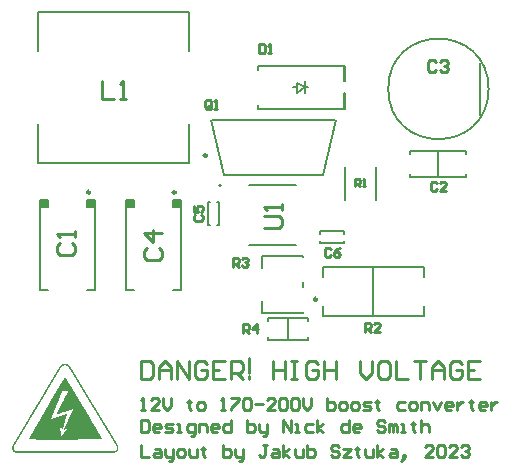
<source format=gbr>
%TF.GenerationSoftware,Altium Limited,Altium Designer,22.11.1 (43)*%
G04 Layer_Color=65535*
%FSLAX45Y45*%
%MOMM*%
%TF.SameCoordinates,43E0CF4A-0526-4127-82AF-783748DA5692*%
%TF.FilePolarity,Positive*%
%TF.FileFunction,Legend,Top*%
%TF.Part,Single*%
G01*
G75*
%TA.AperFunction,NonConductor*%
%ADD34C,0.15000*%
%ADD35C,0.20000*%
%ADD36C,0.25000*%
%ADD37C,0.12700*%
%ADD38C,0.25400*%
%ADD39R,0.67500X0.55000*%
G36*
X7387216Y8148438D02*
X7393608D01*
Y8147159D01*
X7396165D01*
Y8145881D01*
X7400000D01*
Y8144602D01*
X7402557D01*
Y8143324D01*
X7405113D01*
Y8142045D01*
X7406392D01*
Y8140767D01*
X7408949D01*
Y8139489D01*
X7410227D01*
Y8138210D01*
X7411505D01*
Y8136932D01*
X7412784D01*
Y8135654D01*
X7414062D01*
Y8134375D01*
X7416619D01*
Y8133097D01*
X7417898D01*
Y8130540D01*
X7419176D01*
Y8129261D01*
X7420454D01*
Y8127983D01*
X7421733D01*
Y8126705D01*
X7423011D01*
Y8124148D01*
X7424290D01*
Y8122869D01*
X7425568D01*
Y8120312D01*
X7426846D01*
Y8119034D01*
X7428125D01*
Y8116477D01*
X7429403D01*
Y8115199D01*
X7430682D01*
Y8112642D01*
X7431960D01*
Y8110085D01*
X7433238D01*
Y8108807D01*
X7434517D01*
Y8106250D01*
X7435795D01*
Y8104972D01*
X7437074D01*
Y8102415D01*
X7438352D01*
Y8099858D01*
X7439631D01*
Y8098579D01*
X7440909D01*
Y8096023D01*
X7442187D01*
Y8093466D01*
X7443466D01*
Y8092188D01*
X7444744D01*
Y8089631D01*
X7446022D01*
Y8087074D01*
X7447301D01*
Y8085795D01*
X7448579D01*
Y8083239D01*
X7449858D01*
Y8080682D01*
X7451136D01*
Y8079403D01*
X7452415D01*
Y8076847D01*
X7453693D01*
Y8074290D01*
X7454971D01*
Y8073011D01*
X7456250D01*
Y8070455D01*
X7457528D01*
Y8067898D01*
X7458807D01*
Y8066619D01*
X7460085D01*
Y8064063D01*
X7461364D01*
Y8062784D01*
X7462642D01*
Y8060227D01*
X7463920D01*
Y8057670D01*
X7465199D01*
Y8056392D01*
X7466477D01*
Y8053835D01*
X7467755D01*
Y8051278D01*
X7469034D01*
Y8050000D01*
X7470312D01*
Y8047443D01*
X7471591D01*
Y8044886D01*
X7472869D01*
Y8043608D01*
X7474148D01*
Y8041051D01*
X7475426D01*
Y8038494D01*
X7476704D01*
Y8037216D01*
X7477983D01*
Y8034659D01*
X7479261D01*
Y8032102D01*
X7480540D01*
Y8030824D01*
X7481818D01*
Y8028267D01*
X7483097D01*
Y8025710D01*
X7484375D01*
Y8024432D01*
X7485653D01*
Y8021875D01*
X7486932D01*
Y8020597D01*
X7488210D01*
Y8018040D01*
X7489488D01*
Y8015483D01*
X7490767D01*
Y8014204D01*
X7492045D01*
Y8011648D01*
X7493324D01*
Y8009091D01*
X7494602D01*
Y8007813D01*
X7495881D01*
Y8005256D01*
X7497159D01*
Y8002699D01*
X7498437D01*
Y8001420D01*
X7499716D01*
Y8000142D01*
Y7998864D01*
X7500994D01*
Y7996307D01*
X7502273D01*
Y7995028D01*
X7503551D01*
Y7992472D01*
X7504829D01*
Y7989915D01*
X7506108D01*
Y7988636D01*
X7507386D01*
Y7986080D01*
X7508665D01*
Y7984801D01*
X7509943D01*
Y7982244D01*
X7511221D01*
Y7979687D01*
X7512500D01*
Y7978409D01*
X7513778D01*
Y7975852D01*
X7515057D01*
Y7973295D01*
X7516335D01*
Y7972017D01*
X7517613D01*
Y7969460D01*
X7518892D01*
Y7966903D01*
X7520170D01*
Y7965625D01*
X7521449D01*
Y7963068D01*
X7522727D01*
Y7960511D01*
X7524006D01*
Y7959233D01*
X7525284D01*
Y7956676D01*
X7526562D01*
Y7954119D01*
X7527841D01*
Y7952841D01*
X7529119D01*
Y7950284D01*
X7530398D01*
Y7947727D01*
X7531676D01*
Y7946449D01*
X7532954D01*
Y7943892D01*
X7534233D01*
Y7942614D01*
X7535511D01*
Y7940057D01*
X7536790D01*
Y7937500D01*
X7538068D01*
Y7936222D01*
X7539346D01*
Y7933665D01*
X7540625D01*
Y7931108D01*
X7541903D01*
Y7929829D01*
X7543182D01*
Y7927273D01*
X7544460D01*
Y7924716D01*
X7545739D01*
Y7923438D01*
X7547017D01*
Y7920881D01*
X7548295D01*
Y7918324D01*
X7549574D01*
Y7917045D01*
X7550852D01*
Y7914489D01*
X7552130D01*
Y7911932D01*
X7553409D01*
Y7910653D01*
X7554687D01*
Y7908096D01*
X7555966D01*
Y7905540D01*
X7557244D01*
Y7904261D01*
X7558523D01*
Y7901705D01*
X7559801D01*
Y7900426D01*
X7561079D01*
Y7897869D01*
X7562358D01*
Y7895312D01*
X7563636D01*
Y7894034D01*
X7564915D01*
Y7891477D01*
X7566193D01*
Y7888920D01*
X7567472D01*
Y7887642D01*
X7568750D01*
Y7885085D01*
X7570028D01*
Y7882528D01*
X7571307D01*
Y7881250D01*
X7572585D01*
Y7878693D01*
X7573863D01*
Y7876136D01*
X7575142D01*
Y7874858D01*
X7576420D01*
Y7872301D01*
X7577699D01*
Y7869744D01*
X7578977D01*
Y7868466D01*
X7580256D01*
Y7865909D01*
X7581534D01*
Y7864631D01*
X7582812D01*
Y7862074D01*
X7584091D01*
Y7859517D01*
X7585369D01*
Y7858239D01*
X7586648D01*
Y7855682D01*
X7587926D01*
Y7853125D01*
X7589204D01*
Y7851847D01*
X7590483D01*
Y7849290D01*
X7591761D01*
Y7846733D01*
X7593040D01*
Y7845454D01*
X7594318D01*
Y7842898D01*
X7595596D01*
Y7840341D01*
X7596875D01*
Y7839063D01*
X7598153D01*
Y7836506D01*
X7599432D01*
Y7833949D01*
X7600710D01*
Y7832670D01*
X7601989D01*
Y7830114D01*
X7603267D01*
Y7827557D01*
X7604545D01*
Y7826278D01*
X7605824D01*
Y7823721D01*
X7607102D01*
Y7822443D01*
X7608381D01*
Y7819886D01*
X7609659D01*
Y7817330D01*
X7610937D01*
Y7816051D01*
X7612216D01*
Y7813494D01*
X7613494D01*
Y7810937D01*
X7614773D01*
Y7809659D01*
X7616051D01*
Y7807102D01*
X7617329D01*
Y7804545D01*
X7618608D01*
Y7803267D01*
X7619886D01*
Y7800710D01*
X7621165D01*
Y7798153D01*
X7622443D01*
Y7796875D01*
X7623721D01*
Y7794318D01*
X7625000D01*
Y7791761D01*
X7626278D01*
Y7790483D01*
X7627557D01*
Y7787926D01*
X7628835D01*
Y7785369D01*
X7630114D01*
Y7784091D01*
X7631392D01*
Y7781534D01*
X7632670D01*
Y7780256D01*
X7633949D01*
Y7777699D01*
X7635227D01*
Y7775142D01*
X7636505D01*
Y7773864D01*
X7637784D01*
Y7771307D01*
X7639062D01*
Y7768750D01*
X7640341D01*
Y7767472D01*
X7641619D01*
Y7764915D01*
X7642898D01*
Y7762358D01*
X7644176D01*
Y7761079D01*
X7645454D01*
Y7758523D01*
X7646733D01*
Y7755966D01*
X7648011D01*
Y7754687D01*
X7649290D01*
Y7752131D01*
X7650568D01*
Y7749574D01*
X7651847D01*
Y7748295D01*
X7653125D01*
Y7745739D01*
X7654403D01*
Y7744460D01*
X7655682D01*
Y7741903D01*
X7656960D01*
Y7739346D01*
X7658238D01*
Y7738068D01*
X7659517D01*
Y7735511D01*
X7660795D01*
Y7732955D01*
X7662074D01*
Y7731676D01*
X7663352D01*
Y7729119D01*
X7664631D01*
Y7726562D01*
X7665909D01*
Y7725284D01*
X7667187D01*
Y7722727D01*
X7668466D01*
Y7720170D01*
X7669744D01*
Y7718892D01*
X7671023D01*
Y7716335D01*
X7672301D01*
Y7713778D01*
X7673580D01*
Y7712500D01*
X7674858D01*
Y7709943D01*
X7676136D01*
Y7707386D01*
X7677415D01*
Y7706108D01*
X7678693D01*
Y7703551D01*
X7679971D01*
Y7702273D01*
X7681250D01*
Y7699716D01*
X7682528D01*
Y7697159D01*
X7683807D01*
Y7695880D01*
X7685085D01*
Y7693324D01*
X7686364D01*
Y7690767D01*
X7687642D01*
Y7689489D01*
X7688920D01*
Y7686932D01*
X7690199D01*
Y7684375D01*
X7691477D01*
Y7683096D01*
X7692756D01*
Y7680540D01*
X7694034D01*
Y7677983D01*
X7695312D01*
Y7676704D01*
X7696591D01*
Y7674148D01*
X7697869D01*
Y7671591D01*
X7699148D01*
Y7670312D01*
X7700426D01*
Y7667756D01*
X7701704D01*
Y7665199D01*
X7702983D01*
Y7663920D01*
X7704261D01*
Y7661364D01*
X7705540D01*
Y7660085D01*
X7706818D01*
Y7657528D01*
X7708097D01*
Y7654971D01*
X7709375D01*
Y7653693D01*
X7710653D01*
Y7651136D01*
X7711932D01*
Y7648579D01*
X7713210D01*
Y7647301D01*
X7714489D01*
Y7644744D01*
X7715767D01*
Y7642187D01*
X7717045D01*
Y7640909D01*
X7718324D01*
Y7638352D01*
X7719602D01*
Y7635795D01*
X7720881D01*
Y7634517D01*
X7722159D01*
Y7631960D01*
X7723437D01*
Y7629403D01*
X7724716D01*
Y7628125D01*
X7725994D01*
Y7625568D01*
X7727273D01*
Y7624290D01*
X7728551D01*
Y7621733D01*
X7729829D01*
Y7619176D01*
X7731108D01*
Y7617898D01*
X7732386D01*
Y7615341D01*
X7733665D01*
Y7612784D01*
X7734943D01*
Y7611505D01*
X7736222D01*
Y7608949D01*
X7737500D01*
Y7606392D01*
X7738778D01*
Y7605114D01*
X7740057D01*
Y7602557D01*
X7741335D01*
Y7600000D01*
X7742613D01*
Y7598721D01*
X7743892D01*
Y7596165D01*
X7745170D01*
Y7593608D01*
X7746449D01*
Y7592329D01*
X7747727D01*
Y7589773D01*
X7749006D01*
Y7587216D01*
X7750284D01*
Y7585937D01*
X7751562D01*
Y7583381D01*
X7752841D01*
Y7582102D01*
X7754119D01*
Y7579545D01*
X7755398D01*
Y7576988D01*
X7756676D01*
Y7575710D01*
X7757955D01*
Y7573153D01*
X7759233D01*
Y7570596D01*
X7760511D01*
Y7569318D01*
X7761790D01*
Y7566761D01*
X7763068D01*
Y7564204D01*
X7764346D01*
Y7562926D01*
X7765625D01*
Y7560369D01*
X7766903D01*
Y7557812D01*
X7768182D01*
Y7556534D01*
X7769460D01*
Y7553977D01*
X7770739D01*
Y7551420D01*
X7772017D01*
Y7550142D01*
X7773295D01*
Y7547585D01*
X7774574D01*
Y7545028D01*
X7775852D01*
Y7543750D01*
X7777130D01*
Y7541193D01*
X7778409D01*
Y7539915D01*
X7779688D01*
Y7537358D01*
X7780966D01*
Y7534801D01*
X7782244D01*
Y7533523D01*
X7783523D01*
Y7530966D01*
X7784801D01*
Y7528409D01*
X7786079D01*
Y7527130D01*
X7787358D01*
Y7524574D01*
X7788636D01*
Y7522017D01*
X7789915D01*
Y7520739D01*
X7791193D01*
Y7518182D01*
X7792472D01*
Y7515625D01*
X7793750D01*
Y7514346D01*
X7795028D01*
Y7511790D01*
X7796307D01*
Y7509233D01*
X7797585D01*
Y7507955D01*
X7798863D01*
Y7505397D01*
X7800142D01*
Y7504119D01*
X7801420D01*
Y7501562D01*
X7802699D01*
Y7499006D01*
X7803977D01*
Y7497727D01*
X7805256D01*
Y7495170D01*
X7806534D01*
Y7492613D01*
X7807812D01*
Y7491335D01*
X7809091D01*
Y7488778D01*
X7810369D01*
Y7486222D01*
X7811648D01*
Y7484943D01*
X7812926D01*
Y7482386D01*
X7814204D01*
Y7479829D01*
X7815483D01*
Y7478551D01*
X7816761D01*
Y7475994D01*
X7818040D01*
Y7473437D01*
X7819318D01*
Y7472159D01*
X7820597D01*
Y7469602D01*
X7821875D01*
Y7467045D01*
X7823153D01*
Y7465767D01*
X7824432D01*
Y7463210D01*
X7825710D01*
Y7460653D01*
X7826989D01*
Y7458096D01*
X7828267D01*
Y7455540D01*
X7829545D01*
Y7451704D01*
X7830824D01*
Y7446591D01*
X7832102D01*
Y7427415D01*
X7830824D01*
Y7423579D01*
X7829545D01*
Y7419744D01*
X7828267D01*
Y7417187D01*
X7826989D01*
Y7415909D01*
X7825710D01*
Y7413352D01*
X7824432D01*
Y7412074D01*
X7823153D01*
Y7410795D01*
X7821875D01*
Y7409517D01*
X7820597D01*
Y7408238D01*
X7819318D01*
Y7406960D01*
X7818040D01*
Y7405682D01*
X7816761D01*
Y7404403D01*
X7814204D01*
Y7403125D01*
X7812926D01*
Y7401847D01*
X7810369D01*
Y7400568D01*
X7807812D01*
Y7399289D01*
X7803977D01*
Y7398011D01*
X7800142D01*
Y7396733D01*
X7792472D01*
Y7395454D01*
X6962784D01*
Y7396733D01*
X6958948D01*
Y7398011D01*
X6955113D01*
Y7399289D01*
X6952557D01*
Y7400568D01*
X6950000D01*
Y7401847D01*
X6948721D01*
Y7403125D01*
X6946164D01*
Y7404403D01*
X6944886D01*
Y7405682D01*
X6943608D01*
Y7406960D01*
X6942329D01*
Y7408238D01*
X6941051D01*
Y7410795D01*
X6939773D01*
Y7412074D01*
X6938494D01*
Y7413352D01*
X6937215D01*
Y7415909D01*
X6935937D01*
Y7418466D01*
X6934659D01*
Y7422301D01*
X6933380D01*
Y7427415D01*
X6932102D01*
Y7444034D01*
X6933380D01*
Y7450426D01*
X6934659D01*
Y7455540D01*
X6935937D01*
Y7458096D01*
X6937215D01*
Y7461932D01*
X6938494D01*
Y7464489D01*
X6939773D01*
Y7465767D01*
X6941051D01*
Y7468324D01*
X6942329D01*
Y7470880D01*
X6943608D01*
Y7473437D01*
X6944886D01*
Y7474716D01*
X6946164D01*
Y7477273D01*
X6947443D01*
Y7479829D01*
X6948721D01*
Y7481108D01*
X6950000D01*
Y7483665D01*
X6951278D01*
Y7486222D01*
X6952557D01*
Y7487500D01*
X6953835D01*
Y7490057D01*
X6955113D01*
Y7492613D01*
X6956392D01*
Y7493892D01*
X6957670D01*
Y7496449D01*
X6958948D01*
Y7499006D01*
X6960227D01*
Y7500284D01*
X6961505D01*
Y7502841D01*
X6962784D01*
Y7505397D01*
X6964062D01*
Y7506676D01*
X6965341D01*
Y7509233D01*
X6966619D01*
Y7511790D01*
X6967897D01*
Y7513068D01*
X6969176D01*
Y7515625D01*
X6970454D01*
Y7518182D01*
X6971733D01*
Y7519460D01*
X6973011D01*
Y7522017D01*
X6974290D01*
Y7524574D01*
X6975568D01*
Y7525852D01*
X6976846D01*
Y7528409D01*
X6978125D01*
Y7530966D01*
X6979403D01*
Y7532244D01*
X6980681D01*
Y7534801D01*
X6981960D01*
Y7537358D01*
X6983238D01*
Y7538636D01*
X6984517D01*
Y7541193D01*
X6985795D01*
Y7543750D01*
X6987074D01*
Y7545028D01*
X6988352D01*
Y7547585D01*
X6989630D01*
Y7550142D01*
X6990909D01*
Y7551420D01*
X6992187D01*
Y7553977D01*
X6993466D01*
Y7556534D01*
X6994744D01*
Y7557812D01*
X6996022D01*
Y7560369D01*
X6997301D01*
Y7562926D01*
X6998579D01*
Y7565483D01*
X6999858D01*
Y7566761D01*
X7001136D01*
Y7569318D01*
X7002414D01*
Y7571875D01*
X7003693D01*
Y7573153D01*
X7004971D01*
Y7575710D01*
X7006250D01*
Y7578267D01*
X7007528D01*
Y7579545D01*
X7008806D01*
Y7582102D01*
X7010085D01*
Y7584659D01*
X7011363D01*
Y7585937D01*
X7012642D01*
Y7588494D01*
X7013920D01*
Y7591051D01*
X7015199D01*
Y7592329D01*
X7016477D01*
Y7594886D01*
X7017755D01*
Y7597443D01*
X7019034D01*
Y7598721D01*
X7020312D01*
Y7601278D01*
X7021591D01*
Y7603835D01*
X7022869D01*
Y7605114D01*
X7024147D01*
Y7607670D01*
X7025426D01*
Y7610227D01*
X7026704D01*
Y7611505D01*
X7027983D01*
Y7614062D01*
X7029261D01*
Y7616619D01*
X7030539D01*
Y7617898D01*
X7031818D01*
Y7620454D01*
X7033096D01*
Y7623011D01*
X7034375D01*
Y7624290D01*
X7035653D01*
Y7626847D01*
X7036932D01*
Y7629403D01*
X7038210D01*
Y7630682D01*
X7039488D01*
Y7633238D01*
X7040767D01*
Y7635795D01*
X7042045D01*
Y7637074D01*
X7043323D01*
Y7639631D01*
X7044602D01*
Y7642187D01*
X7045880D01*
Y7643466D01*
X7047159D01*
Y7646023D01*
X7048437D01*
Y7648579D01*
X7049716D01*
Y7649858D01*
X7050994D01*
Y7652415D01*
X7052272D01*
Y7654971D01*
X7053551D01*
Y7656250D01*
X7054829D01*
Y7658807D01*
X7056108D01*
Y7661364D01*
X7057386D01*
Y7662642D01*
X7058665D01*
Y7665199D01*
X7059943D01*
Y7667756D01*
X7061221D01*
Y7669034D01*
X7062500D01*
Y7671591D01*
X7063778D01*
Y7674148D01*
X7065056D01*
Y7675426D01*
X7066335D01*
Y7677983D01*
X7067613D01*
Y7680540D01*
X7068892D01*
Y7683096D01*
X7070170D01*
Y7684375D01*
X7071449D01*
Y7686932D01*
X7072727D01*
Y7689489D01*
X7074005D01*
Y7690767D01*
X7075284D01*
Y7693324D01*
X7076562D01*
Y7695880D01*
X7077841D01*
Y7697159D01*
X7079119D01*
Y7699716D01*
X7080398D01*
Y7702273D01*
X7081676D01*
Y7703551D01*
X7082954D01*
Y7706108D01*
X7084233D01*
Y7708665D01*
X7085511D01*
Y7709943D01*
X7086789D01*
Y7712500D01*
X7088068D01*
Y7715057D01*
X7089346D01*
Y7716335D01*
X7090625D01*
Y7718892D01*
X7091903D01*
Y7721449D01*
X7093182D01*
Y7722727D01*
X7094460D01*
Y7725284D01*
X7095738D01*
Y7727841D01*
X7097017D01*
Y7729119D01*
X7098295D01*
Y7731676D01*
X7099574D01*
Y7734233D01*
X7100852D01*
Y7735511D01*
X7102130D01*
Y7738068D01*
X7103409D01*
Y7740625D01*
X7104687D01*
Y7741903D01*
X7105966D01*
Y7744460D01*
X7107244D01*
Y7747017D01*
X7108522D01*
Y7748295D01*
X7109801D01*
Y7750852D01*
X7111079D01*
Y7753409D01*
X7112358D01*
Y7754687D01*
X7113636D01*
Y7757244D01*
X7114914D01*
Y7759801D01*
X7116193D01*
Y7761079D01*
X7117471D01*
Y7763636D01*
X7118750D01*
Y7766193D01*
X7120028D01*
Y7767472D01*
X7121307D01*
Y7770028D01*
X7122585D01*
Y7772585D01*
X7123863D01*
Y7773864D01*
X7125142D01*
Y7776420D01*
X7126420D01*
Y7778977D01*
X7127699D01*
Y7780256D01*
X7128977D01*
Y7782812D01*
X7130255D01*
Y7785369D01*
X7131534D01*
Y7786648D01*
X7132812D01*
Y7789204D01*
X7134091D01*
Y7791761D01*
X7135369D01*
Y7794318D01*
X7136647D01*
Y7795597D01*
X7137926D01*
Y7798153D01*
X7139204D01*
Y7800710D01*
X7140483D01*
Y7801988D01*
X7141761D01*
Y7804545D01*
X7143040D01*
Y7807102D01*
X7144318D01*
Y7808381D01*
X7145596D01*
Y7810937D01*
X7146875D01*
Y7813494D01*
X7148153D01*
Y7814773D01*
X7149431D01*
Y7817330D01*
X7150710D01*
Y7819886D01*
X7151988D01*
Y7821165D01*
X7153267D01*
Y7823721D01*
X7154545D01*
Y7826278D01*
X7155824D01*
Y7827557D01*
X7157102D01*
Y7830114D01*
X7158380D01*
Y7832670D01*
X7159659D01*
Y7833949D01*
X7160937D01*
Y7836506D01*
X7162216D01*
Y7839063D01*
X7163494D01*
Y7840341D01*
X7164773D01*
Y7842898D01*
X7166051D01*
Y7845454D01*
X7167329D01*
Y7846733D01*
X7168608D01*
Y7849290D01*
X7169886D01*
Y7851847D01*
X7171164D01*
Y7853125D01*
X7172443D01*
Y7855682D01*
X7173721D01*
Y7858239D01*
X7175000D01*
Y7859517D01*
X7176278D01*
Y7862074D01*
X7177557D01*
Y7864631D01*
X7178835D01*
Y7865909D01*
X7180113D01*
Y7868466D01*
X7181392D01*
Y7871023D01*
X7182670D01*
Y7872301D01*
X7183949D01*
Y7874858D01*
X7185227D01*
Y7877415D01*
X7186505D01*
Y7878693D01*
X7187784D01*
Y7881250D01*
X7189062D01*
Y7883807D01*
X7190341D01*
Y7885085D01*
X7191619D01*
Y7887642D01*
X7192897D01*
Y7890199D01*
X7194176D01*
Y7891477D01*
X7195454D01*
Y7894034D01*
X7196733D01*
Y7896591D01*
X7198011D01*
Y7897869D01*
X7199290D01*
Y7900426D01*
X7200568D01*
Y7902983D01*
X7201846D01*
Y7904261D01*
X7203125D01*
Y7906818D01*
X7204403D01*
Y7909375D01*
X7205682D01*
Y7911932D01*
X7206960D01*
Y7913210D01*
X7208238D01*
Y7915767D01*
X7209517D01*
Y7918324D01*
X7210795D01*
Y7919602D01*
X7212074D01*
Y7922159D01*
X7213352D01*
Y7924716D01*
X7214630D01*
Y7925994D01*
X7215909D01*
Y7928551D01*
X7217187D01*
Y7931108D01*
X7218466D01*
Y7932386D01*
X7219744D01*
Y7934943D01*
X7221022D01*
Y7937500D01*
X7222301D01*
Y7938778D01*
X7223579D01*
Y7941335D01*
X7224858D01*
Y7943892D01*
X7226136D01*
Y7945171D01*
X7227415D01*
Y7947727D01*
X7228693D01*
Y7950284D01*
X7229971D01*
Y7951562D01*
X7231250D01*
Y7954119D01*
X7232528D01*
Y7956676D01*
X7233806D01*
Y7957955D01*
X7235085D01*
Y7960511D01*
X7236363D01*
Y7963068D01*
X7237642D01*
Y7964347D01*
X7238920D01*
Y7966903D01*
X7240199D01*
Y7969460D01*
X7241477D01*
Y7970739D01*
X7242755D01*
Y7973295D01*
X7244034D01*
Y7975852D01*
X7245312D01*
Y7977131D01*
X7246591D01*
Y7979687D01*
X7247869D01*
Y7982244D01*
X7249148D01*
Y7983523D01*
X7250426D01*
Y7986080D01*
X7251704D01*
Y7988636D01*
X7252983D01*
Y7989915D01*
X7254261D01*
Y7992472D01*
X7255539D01*
Y7995028D01*
X7256818D01*
Y7996307D01*
X7258096D01*
Y7998864D01*
X7259375D01*
Y8001420D01*
X7260653D01*
Y8002699D01*
X7261932D01*
Y8005256D01*
X7263210D01*
Y8007813D01*
X7264488D01*
Y8009091D01*
X7265767D01*
Y8011648D01*
X7267045D01*
Y8014204D01*
X7268324D01*
Y8015483D01*
X7269602D01*
Y8018040D01*
X7270881D01*
Y8020597D01*
X7272159D01*
Y8021875D01*
X7273437D01*
Y8024432D01*
X7274716D01*
Y8026989D01*
X7275994D01*
Y8029546D01*
X7277272D01*
Y8030824D01*
X7278551D01*
Y8033381D01*
X7279829D01*
Y8035937D01*
X7281108D01*
Y8037216D01*
X7282386D01*
Y8039773D01*
X7283665D01*
Y8042330D01*
X7284943D01*
Y8043608D01*
X7286221D01*
Y8046165D01*
X7287500D01*
Y8048722D01*
X7288778D01*
Y8050000D01*
X7290057D01*
Y8052557D01*
X7291335D01*
Y8055114D01*
X7292613D01*
Y8056392D01*
X7293892D01*
Y8058949D01*
X7295170D01*
Y8061506D01*
X7296449D01*
Y8062784D01*
X7297727D01*
Y8065341D01*
X7299005D01*
Y8067898D01*
X7300284D01*
Y8069176D01*
X7301562D01*
Y8071733D01*
X7302841D01*
Y8074290D01*
X7304119D01*
Y8075568D01*
X7305398D01*
Y8078125D01*
X7306676D01*
Y8080682D01*
X7307954D01*
Y8081960D01*
X7309233D01*
Y8084517D01*
X7310511D01*
Y8087074D01*
X7311790D01*
Y8088352D01*
X7313068D01*
Y8090909D01*
X7314346D01*
Y8093466D01*
X7315625D01*
Y8094744D01*
X7316903D01*
Y8097301D01*
X7318182D01*
Y8099858D01*
X7319460D01*
Y8101136D01*
X7320738D01*
Y8103693D01*
X7322017D01*
Y8106250D01*
X7323295D01*
Y8107528D01*
X7324574D01*
Y8110085D01*
X7325852D01*
Y8112642D01*
X7327130D01*
Y8113921D01*
X7328409D01*
Y8116477D01*
X7329687D01*
Y8119034D01*
X7330966D01*
Y8120312D01*
X7332244D01*
Y8122869D01*
X7333523D01*
Y8124148D01*
X7334801D01*
Y8126705D01*
X7336079D01*
Y8127983D01*
X7337358D01*
Y8129261D01*
X7338636D01*
Y8130540D01*
X7339914D01*
Y8131818D01*
X7341193D01*
Y8133097D01*
X7342471D01*
Y8134375D01*
X7343750D01*
Y8135654D01*
X7345028D01*
Y8136932D01*
X7346307D01*
Y8138210D01*
X7347585D01*
Y8139489D01*
X7350142D01*
Y8140767D01*
X7351420D01*
Y8142045D01*
X7353977D01*
Y8143324D01*
X7356534D01*
Y8144602D01*
X7357812D01*
Y8145881D01*
X7361647D01*
Y8147159D01*
X7365483D01*
Y8148438D01*
X7370596D01*
Y8149716D01*
X7387216D01*
Y8148438D01*
D02*
G37*
%LPC*%
G36*
X7380824Y8136932D02*
X7376989D01*
Y8135654D01*
X7369318D01*
Y8134375D01*
X7365483D01*
Y8133097D01*
X7362926D01*
Y8131818D01*
X7360369D01*
Y8130540D01*
X7359091D01*
Y8129261D01*
X7356534D01*
Y8127983D01*
X7355256D01*
Y8126705D01*
X7353977D01*
Y8125426D01*
X7352699D01*
Y8124148D01*
X7350142D01*
Y8121591D01*
X7348863D01*
Y8120312D01*
X7347585D01*
Y8119034D01*
X7346307D01*
Y8117756D01*
X7345028D01*
Y8115199D01*
X7343750D01*
Y8113921D01*
X7342471D01*
Y8111364D01*
X7341193D01*
Y8110085D01*
X7339914D01*
Y8107528D01*
X7338636D01*
Y8104972D01*
X7337358D01*
Y8103693D01*
X7336079D01*
Y8101136D01*
X7334801D01*
Y8098579D01*
X7333523D01*
Y8097301D01*
X7332244D01*
Y8094744D01*
X7330966D01*
Y8092188D01*
X7329687D01*
Y8090909D01*
X7328409D01*
Y8088352D01*
X7327130D01*
Y8085795D01*
X7325852D01*
Y8084517D01*
X7324574D01*
Y8081960D01*
X7323295D01*
Y8079403D01*
X7322017D01*
Y8078125D01*
X7320738D01*
Y8075568D01*
X7319460D01*
Y8073011D01*
X7318182D01*
Y8071733D01*
X7316903D01*
Y8069176D01*
X7315625D01*
Y8066619D01*
X7314346D01*
Y8065341D01*
X7313068D01*
Y8062784D01*
X7311790D01*
Y8060227D01*
X7310511D01*
Y8058949D01*
X7309233D01*
Y8056392D01*
X7307954D01*
Y8053835D01*
X7306676D01*
Y8052557D01*
X7305398D01*
Y8050000D01*
X7304119D01*
Y8047443D01*
X7302841D01*
Y8046165D01*
X7301562D01*
Y8043608D01*
X7300284D01*
Y8041051D01*
X7299005D01*
Y8039773D01*
X7297727D01*
Y8037216D01*
X7296449D01*
Y8034659D01*
X7295170D01*
Y8033381D01*
X7293892D01*
Y8030824D01*
X7292613D01*
Y8028267D01*
X7291335D01*
Y8026989D01*
X7290057D01*
Y8024432D01*
X7288778D01*
Y8021875D01*
X7287500D01*
Y8020597D01*
X7286221D01*
Y8018040D01*
X7284943D01*
Y8015483D01*
X7283665D01*
Y8014204D01*
X7282386D01*
Y8011648D01*
X7281108D01*
Y8009091D01*
X7279829D01*
Y8006534D01*
X7278551D01*
Y8005256D01*
X7277272D01*
Y8002699D01*
X7275994D01*
Y8000142D01*
X7274716D01*
Y7998864D01*
X7273437D01*
Y7996307D01*
X7272159D01*
Y7993750D01*
X7270881D01*
Y7992472D01*
X7269602D01*
Y7989915D01*
X7268324D01*
Y7987358D01*
X7267045D01*
Y7986080D01*
X7265767D01*
Y7983523D01*
X7264488D01*
Y7980966D01*
X7263210D01*
Y7979687D01*
X7261932D01*
Y7977131D01*
X7260653D01*
Y7974574D01*
X7259375D01*
Y7973295D01*
X7258096D01*
Y7970739D01*
X7256818D01*
Y7968182D01*
X7255539D01*
Y7966903D01*
X7254261D01*
Y7964347D01*
X7252983D01*
Y7961790D01*
X7251704D01*
Y7960511D01*
X7250426D01*
Y7957955D01*
X7249148D01*
Y7955398D01*
X7247869D01*
Y7954119D01*
X7246591D01*
Y7951562D01*
X7245312D01*
Y7949006D01*
X7244034D01*
Y7947727D01*
X7242755D01*
Y7945171D01*
X7241477D01*
Y7942614D01*
X7240199D01*
Y7941335D01*
X7238920D01*
Y7938778D01*
X7237642D01*
Y7936222D01*
X7236363D01*
Y7934943D01*
X7235085D01*
Y7932386D01*
X7233806D01*
Y7929829D01*
X7232528D01*
Y7928551D01*
X7231250D01*
Y7925994D01*
X7229971D01*
Y7923438D01*
X7228693D01*
Y7922159D01*
X7227415D01*
Y7919602D01*
X7226136D01*
Y7917045D01*
X7224858D01*
Y7915767D01*
X7223579D01*
Y7913210D01*
X7222301D01*
Y7910653D01*
X7221022D01*
Y7909375D01*
X7219744D01*
Y7906818D01*
X7218466D01*
Y7904261D01*
X7217187D01*
Y7902983D01*
X7215909D01*
Y7900426D01*
X7214630D01*
Y7897869D01*
X7213352D01*
Y7896591D01*
X7212074D01*
Y7894034D01*
X7210795D01*
Y7891477D01*
X7209517D01*
Y7888920D01*
X7208238D01*
Y7887642D01*
X7206960D01*
Y7885085D01*
X7205682D01*
Y7882528D01*
X7204403D01*
Y7881250D01*
X7203125D01*
Y7878693D01*
X7201846D01*
Y7876136D01*
X7200568D01*
Y7874858D01*
X7199290D01*
Y7872301D01*
X7198011D01*
Y7869744D01*
X7196733D01*
Y7868466D01*
X7195454D01*
Y7865909D01*
X7194176D01*
Y7863352D01*
X7192897D01*
Y7862074D01*
X7191619D01*
Y7859517D01*
X7190341D01*
Y7856960D01*
X7189062D01*
Y7855682D01*
X7187784D01*
Y7853125D01*
X7186505D01*
Y7850568D01*
X7185227D01*
Y7849290D01*
X7183949D01*
Y7846733D01*
X7182670D01*
Y7844176D01*
X7181392D01*
Y7842898D01*
X7180113D01*
Y7840341D01*
X7178835D01*
Y7837784D01*
X7177557D01*
Y7836506D01*
X7176278D01*
Y7833949D01*
X7175000D01*
Y7831392D01*
X7173721D01*
Y7830114D01*
X7172443D01*
Y7827557D01*
X7171164D01*
Y7825000D01*
X7169886D01*
Y7823721D01*
X7168608D01*
Y7821165D01*
X7167329D01*
Y7818608D01*
X7166051D01*
Y7817330D01*
X7164773D01*
Y7814773D01*
X7163494D01*
Y7812216D01*
X7162216D01*
Y7810937D01*
X7160937D01*
Y7808381D01*
X7159659D01*
Y7805824D01*
X7158380D01*
Y7804545D01*
X7157102D01*
Y7801988D01*
X7155824D01*
Y7799432D01*
X7154545D01*
Y7798153D01*
X7153267D01*
Y7795597D01*
X7151988D01*
Y7793040D01*
X7150710D01*
Y7791761D01*
X7149431D01*
Y7789204D01*
X7148153D01*
Y7786648D01*
X7146875D01*
Y7785369D01*
X7145596D01*
Y7782812D01*
X7144318D01*
Y7780256D01*
X7143040D01*
Y7778977D01*
X7141761D01*
Y7776420D01*
X7140483D01*
Y7773864D01*
X7139204D01*
Y7771307D01*
X7137926D01*
Y7770028D01*
X7136647D01*
Y7767472D01*
X7135369D01*
Y7764915D01*
X7134091D01*
Y7763636D01*
X7132812D01*
Y7761079D01*
X7131534D01*
Y7758523D01*
X7130255D01*
Y7757244D01*
X7128977D01*
Y7754687D01*
X7127699D01*
Y7752131D01*
X7126420D01*
Y7750852D01*
X7125142D01*
Y7748295D01*
X7123863D01*
Y7745739D01*
X7122585D01*
Y7744460D01*
X7121307D01*
Y7741903D01*
X7120028D01*
Y7739346D01*
X7118750D01*
Y7738068D01*
X7117471D01*
Y7735511D01*
X7116193D01*
Y7732955D01*
X7114914D01*
Y7731676D01*
X7113636D01*
Y7729119D01*
X7112358D01*
Y7726562D01*
X7111079D01*
Y7725284D01*
X7109801D01*
Y7722727D01*
X7108522D01*
Y7720170D01*
X7107244D01*
Y7718892D01*
X7105966D01*
Y7716335D01*
X7104687D01*
Y7713778D01*
X7103409D01*
Y7712500D01*
X7102130D01*
Y7709943D01*
X7100852D01*
Y7707386D01*
X7099574D01*
Y7706108D01*
X7098295D01*
Y7703551D01*
X7097017D01*
Y7700994D01*
X7095738D01*
Y7699716D01*
X7094460D01*
Y7697159D01*
X7093182D01*
Y7694602D01*
X7091903D01*
Y7693324D01*
X7090625D01*
Y7690767D01*
X7089346D01*
Y7688210D01*
X7088068D01*
Y7686932D01*
X7086789D01*
Y7684375D01*
X7085511D01*
Y7681818D01*
X7084233D01*
Y7680540D01*
X7082954D01*
Y7677983D01*
X7081676D01*
Y7675426D01*
X7080398D01*
Y7674148D01*
X7079119D01*
Y7671591D01*
X7077841D01*
Y7669034D01*
X7076562D01*
Y7667756D01*
X7075284D01*
Y7665199D01*
X7074005D01*
Y7662642D01*
X7072727D01*
Y7661364D01*
X7071449D01*
Y7658807D01*
X7070170D01*
Y7656250D01*
X7068892D01*
Y7653693D01*
X7067613D01*
Y7652415D01*
X7066335D01*
Y7649858D01*
X7065056D01*
Y7647301D01*
X7063778D01*
Y7646023D01*
X7062500D01*
Y7643466D01*
X7061221D01*
Y7640909D01*
X7059943D01*
Y7639631D01*
X7058665D01*
Y7637074D01*
X7057386D01*
Y7634517D01*
X7056108D01*
Y7633238D01*
X7054829D01*
Y7630682D01*
X7053551D01*
Y7628125D01*
X7052272D01*
Y7626847D01*
X7050994D01*
Y7624290D01*
X7049716D01*
Y7621733D01*
X7048437D01*
Y7620454D01*
X7047159D01*
Y7617898D01*
X7045880D01*
Y7615341D01*
X7044602D01*
Y7614062D01*
X7043323D01*
Y7611505D01*
X7042045D01*
Y7608949D01*
X7040767D01*
Y7607670D01*
X7039488D01*
Y7605114D01*
X7038210D01*
Y7602557D01*
X7036932D01*
Y7601278D01*
X7035653D01*
Y7598721D01*
X7034375D01*
Y7596165D01*
X7033096D01*
Y7594886D01*
X7031818D01*
Y7592329D01*
X7030539D01*
Y7589773D01*
X7029261D01*
Y7588494D01*
X7027983D01*
Y7585937D01*
X7026704D01*
Y7583381D01*
X7025426D01*
Y7582102D01*
X7024147D01*
Y7579545D01*
X7022869D01*
Y7576988D01*
X7021591D01*
Y7575710D01*
X7020312D01*
Y7573153D01*
X7019034D01*
Y7570596D01*
X7017755D01*
Y7569318D01*
X7016477D01*
Y7566761D01*
X7015199D01*
Y7564204D01*
X7013920D01*
Y7562926D01*
X7012642D01*
Y7560369D01*
X7011363D01*
Y7557812D01*
X7010085D01*
Y7556534D01*
X7008806D01*
Y7553977D01*
X7007528D01*
Y7551420D01*
X7006250D01*
Y7550142D01*
X7004971D01*
Y7547585D01*
X7003693D01*
Y7545028D01*
X7002414D01*
Y7543750D01*
X7001136D01*
Y7541193D01*
X6999858D01*
Y7538636D01*
X6998579D01*
Y7536079D01*
X6997301D01*
Y7534801D01*
X6996022D01*
Y7532244D01*
X6994744D01*
Y7529687D01*
X6993466D01*
Y7528409D01*
X6992187D01*
Y7525852D01*
X6990909D01*
Y7523295D01*
X6989630D01*
Y7522017D01*
X6988352D01*
Y7519460D01*
X6987074D01*
Y7516903D01*
X6985795D01*
Y7515625D01*
X6984517D01*
Y7513068D01*
X6983238D01*
Y7510511D01*
X6981960D01*
Y7509233D01*
X6980681D01*
Y7506676D01*
X6979403D01*
Y7504119D01*
X6978125D01*
Y7502841D01*
X6976846D01*
Y7500284D01*
X6975568D01*
Y7497727D01*
X6974290D01*
Y7496449D01*
X6973011D01*
Y7493892D01*
X6971733D01*
Y7491335D01*
X6970454D01*
Y7490057D01*
X6969176D01*
Y7487500D01*
X6967897D01*
Y7484943D01*
X6966619D01*
Y7483665D01*
X6965341D01*
Y7481108D01*
X6964062D01*
Y7478551D01*
X6962784D01*
Y7477273D01*
X6961505D01*
Y7474716D01*
X6960227D01*
Y7472159D01*
X6958948D01*
Y7470880D01*
X6957670D01*
Y7468324D01*
X6956392D01*
Y7465767D01*
X6955113D01*
Y7464489D01*
X6953835D01*
Y7461932D01*
X6952557D01*
Y7459375D01*
X6951278D01*
Y7456818D01*
X6950000D01*
Y7454261D01*
X6948721D01*
Y7451704D01*
X6947443D01*
Y7446591D01*
X6946164D01*
Y7437642D01*
X6944886D01*
Y7435085D01*
X6946164D01*
Y7426136D01*
X6947443D01*
Y7423579D01*
X6948721D01*
Y7421022D01*
X6950000D01*
Y7418466D01*
X6951278D01*
Y7417187D01*
X6952557D01*
Y7415909D01*
X6953835D01*
Y7414631D01*
X6955113D01*
Y7413352D01*
X6957670D01*
Y7412074D01*
X6958948D01*
Y7410795D01*
X6962784D01*
Y7409517D01*
X6967897D01*
Y7408238D01*
X7581534D01*
Y7409517D01*
X7796307D01*
Y7410795D01*
X7800142D01*
Y7412074D01*
X7802699D01*
Y7413352D01*
X7805256D01*
Y7414631D01*
X7807812D01*
Y7415909D01*
X7809091D01*
Y7417187D01*
X7810369D01*
Y7418466D01*
X7811648D01*
Y7419744D01*
X7812926D01*
Y7421022D01*
X7814204D01*
Y7422301D01*
X7815483D01*
Y7424858D01*
X7816761D01*
Y7427415D01*
X7818040D01*
Y7432528D01*
X7819318D01*
Y7442755D01*
X7818040D01*
Y7447869D01*
X7816761D01*
Y7451704D01*
X7815483D01*
Y7454261D01*
X7814204D01*
Y7456818D01*
X7812926D01*
Y7458096D01*
X7811648D01*
Y7460653D01*
X7810369D01*
Y7463210D01*
X7809091D01*
Y7464489D01*
X7807812D01*
Y7467045D01*
X7806534D01*
Y7469602D01*
X7805256D01*
Y7470880D01*
X7803977D01*
Y7473437D01*
X7802699D01*
Y7475994D01*
X7801420D01*
Y7477273D01*
X7800142D01*
Y7479829D01*
X7798863D01*
Y7482386D01*
X7797585D01*
Y7483665D01*
X7796307D01*
Y7486222D01*
X7795028D01*
Y7488778D01*
X7793750D01*
Y7490057D01*
X7792472D01*
Y7492613D01*
X7791193D01*
Y7493892D01*
X7789915D01*
Y7496449D01*
X7788636D01*
Y7499006D01*
X7787358D01*
Y7500284D01*
X7786079D01*
Y7502841D01*
X7784801D01*
Y7505397D01*
X7783523D01*
Y7506676D01*
X7782244D01*
Y7509233D01*
X7780966D01*
Y7511790D01*
X7779688D01*
Y7513068D01*
X7778409D01*
Y7515625D01*
X7777130D01*
Y7518182D01*
X7775852D01*
Y7519460D01*
X7774574D01*
Y7522017D01*
X7773295D01*
Y7524574D01*
X7772017D01*
Y7525852D01*
X7770739D01*
Y7528409D01*
X7769460D01*
Y7530966D01*
X7768182D01*
Y7532244D01*
X7766903D01*
Y7534801D01*
X7765625D01*
Y7536079D01*
X7764346D01*
Y7538636D01*
X7763068D01*
Y7541193D01*
X7761790D01*
Y7542472D01*
X7760511D01*
Y7545028D01*
X7759233D01*
Y7547585D01*
X7757955D01*
Y7548863D01*
X7756676D01*
Y7551420D01*
X7755398D01*
Y7553977D01*
X7754119D01*
Y7555256D01*
X7752841D01*
Y7557812D01*
X7751562D01*
Y7560369D01*
X7750284D01*
Y7561648D01*
X7749006D01*
Y7564204D01*
X7747727D01*
Y7566761D01*
X7746449D01*
Y7568040D01*
X7745170D01*
Y7570596D01*
X7743892D01*
Y7573153D01*
X7742613D01*
Y7574432D01*
X7741335D01*
Y7576988D01*
X7740057D01*
Y7578267D01*
X7738778D01*
Y7580824D01*
X7737500D01*
Y7583381D01*
X7736222D01*
Y7584659D01*
X7734943D01*
Y7587216D01*
X7733665D01*
Y7589773D01*
X7732386D01*
Y7591051D01*
X7731108D01*
Y7593608D01*
X7729829D01*
Y7596165D01*
X7728551D01*
Y7597443D01*
X7727273D01*
Y7600000D01*
X7725994D01*
Y7602557D01*
X7724716D01*
Y7603835D01*
X7723437D01*
Y7606392D01*
X7722159D01*
Y7608949D01*
X7720881D01*
Y7610227D01*
X7719602D01*
Y7612784D01*
X7718324D01*
Y7614062D01*
X7717045D01*
Y7616619D01*
X7715767D01*
Y7619176D01*
X7714489D01*
Y7620454D01*
X7713210D01*
Y7623011D01*
X7711932D01*
Y7625568D01*
X7710653D01*
Y7626847D01*
X7709375D01*
Y7629403D01*
X7708097D01*
Y7631960D01*
X7706818D01*
Y7633238D01*
X7705540D01*
Y7635795D01*
X7704261D01*
Y7638352D01*
X7702983D01*
Y7639631D01*
X7701704D01*
Y7642187D01*
X7700426D01*
Y7644744D01*
X7699148D01*
Y7646023D01*
X7697869D01*
Y7648579D01*
X7696591D01*
Y7651136D01*
X7695312D01*
Y7652415D01*
X7694034D01*
Y7654971D01*
X7692756D01*
Y7656250D01*
X7691477D01*
Y7658807D01*
X7690199D01*
Y7661364D01*
X7688920D01*
Y7662642D01*
X7687642D01*
Y7665199D01*
X7686364D01*
Y7667756D01*
X7685085D01*
Y7669034D01*
X7683807D01*
Y7671591D01*
X7682528D01*
Y7674148D01*
X7681250D01*
Y7675426D01*
X7679971D01*
Y7677983D01*
X7678693D01*
Y7680540D01*
X7677415D01*
Y7681818D01*
X7676136D01*
Y7684375D01*
X7674858D01*
Y7686932D01*
X7673580D01*
Y7688210D01*
X7672301D01*
Y7690767D01*
X7671023D01*
Y7693324D01*
X7669744D01*
Y7694602D01*
X7668466D01*
Y7697159D01*
X7667187D01*
Y7698437D01*
X7665909D01*
Y7700994D01*
X7664631D01*
Y7703551D01*
X7663352D01*
Y7704829D01*
X7662074D01*
Y7707386D01*
X7660795D01*
Y7709943D01*
X7659517D01*
Y7711222D01*
X7658238D01*
Y7713778D01*
X7656960D01*
Y7716335D01*
X7655682D01*
Y7717613D01*
X7654403D01*
Y7720170D01*
X7653125D01*
Y7722727D01*
X7651847D01*
Y7724006D01*
X7650568D01*
Y7726562D01*
X7649290D01*
Y7729119D01*
X7648011D01*
Y7730398D01*
X7646733D01*
Y7732955D01*
X7645454D01*
Y7735511D01*
X7644176D01*
Y7736790D01*
X7642898D01*
Y7739346D01*
X7641619D01*
Y7740625D01*
X7640341D01*
Y7743182D01*
X7639062D01*
Y7745739D01*
X7637784D01*
Y7747017D01*
X7636505D01*
Y7749574D01*
X7635227D01*
Y7752131D01*
X7633949D01*
Y7753409D01*
X7632670D01*
Y7755966D01*
X7631392D01*
Y7758523D01*
X7630114D01*
Y7759801D01*
X7628835D01*
Y7762358D01*
X7627557D01*
Y7764915D01*
X7626278D01*
Y7766193D01*
X7625000D01*
Y7768750D01*
X7623721D01*
Y7771307D01*
X7622443D01*
Y7772585D01*
X7621165D01*
Y7775142D01*
X7619886D01*
Y7776420D01*
X7618608D01*
Y7778977D01*
X7617329D01*
Y7781534D01*
X7616051D01*
Y7782812D01*
X7614773D01*
Y7785369D01*
X7613494D01*
Y7787926D01*
X7612216D01*
Y7789204D01*
X7610937D01*
Y7791761D01*
X7609659D01*
Y7794318D01*
X7608381D01*
Y7795597D01*
X7607102D01*
Y7798153D01*
X7605824D01*
Y7800710D01*
X7604545D01*
Y7801988D01*
X7603267D01*
Y7804545D01*
X7601989D01*
Y7807102D01*
X7600710D01*
Y7808381D01*
X7599432D01*
Y7810937D01*
X7598153D01*
Y7813494D01*
X7596875D01*
Y7814773D01*
X7595596D01*
Y7817330D01*
X7594318D01*
Y7818608D01*
X7593040D01*
Y7821165D01*
X7591761D01*
Y7823721D01*
X7590483D01*
Y7825000D01*
X7589204D01*
Y7827557D01*
X7587926D01*
Y7830114D01*
X7586648D01*
Y7831392D01*
X7585369D01*
Y7833949D01*
X7584091D01*
Y7836506D01*
X7582812D01*
Y7837784D01*
X7581534D01*
Y7840341D01*
X7580256D01*
Y7842898D01*
X7578977D01*
Y7844176D01*
X7577699D01*
Y7846733D01*
X7576420D01*
Y7849290D01*
X7575142D01*
Y7850568D01*
X7573863D01*
Y7853125D01*
X7572585D01*
Y7855682D01*
X7571307D01*
Y7856960D01*
X7570028D01*
Y7859517D01*
X7568750D01*
Y7860795D01*
X7567472D01*
Y7863352D01*
X7566193D01*
Y7865909D01*
X7564915D01*
Y7867187D01*
X7563636D01*
Y7869744D01*
X7562358D01*
Y7872301D01*
X7561079D01*
Y7873579D01*
X7559801D01*
Y7876136D01*
X7558523D01*
Y7878693D01*
X7557244D01*
Y7879972D01*
X7555966D01*
Y7882528D01*
X7554687D01*
Y7885085D01*
X7553409D01*
Y7886364D01*
X7552130D01*
Y7888920D01*
X7550852D01*
Y7891477D01*
X7549574D01*
Y7892756D01*
X7548295D01*
Y7895312D01*
X7547017D01*
Y7896591D01*
X7545739D01*
Y7899148D01*
X7544460D01*
Y7901705D01*
X7543182D01*
Y7902983D01*
X7541903D01*
Y7905540D01*
X7540625D01*
Y7908096D01*
X7539346D01*
Y7909375D01*
X7538068D01*
Y7911932D01*
X7536790D01*
Y7914489D01*
X7535511D01*
Y7915767D01*
X7534233D01*
Y7918324D01*
X7532954D01*
Y7920881D01*
X7531676D01*
Y7922159D01*
X7530398D01*
Y7924716D01*
X7529119D01*
Y7927273D01*
X7527841D01*
Y7928551D01*
X7526562D01*
Y7931108D01*
X7525284D01*
Y7933665D01*
X7524006D01*
Y7934943D01*
X7522727D01*
Y7937500D01*
X7521449D01*
Y7938778D01*
X7520170D01*
Y7941335D01*
X7518892D01*
Y7943892D01*
X7517613D01*
Y7945171D01*
X7516335D01*
Y7947727D01*
X7515057D01*
Y7950284D01*
X7513778D01*
Y7951562D01*
X7512500D01*
Y7954119D01*
X7511221D01*
Y7956676D01*
X7509943D01*
Y7957955D01*
X7508665D01*
Y7960511D01*
X7507386D01*
Y7963068D01*
X7506108D01*
Y7964347D01*
X7504829D01*
Y7966903D01*
X7503551D01*
Y7969460D01*
X7502273D01*
Y7970739D01*
X7500994D01*
Y7973295D01*
X7499716D01*
Y7975852D01*
X7498437D01*
Y7977131D01*
X7497159D01*
Y7979687D01*
X7495881D01*
Y7980966D01*
X7494602D01*
Y7983523D01*
X7493324D01*
Y7986080D01*
X7492045D01*
Y7987358D01*
X7490767D01*
Y7989915D01*
X7489488D01*
Y7992472D01*
X7488210D01*
Y7993750D01*
X7486932D01*
Y7996307D01*
X7485653D01*
Y7998864D01*
X7484375D01*
Y8000142D01*
X7483097D01*
Y8002699D01*
X7481818D01*
Y8005256D01*
X7480540D01*
Y8006534D01*
X7479261D01*
Y8009091D01*
X7477983D01*
Y8011648D01*
X7476704D01*
Y8012926D01*
X7475426D01*
Y8015483D01*
X7474148D01*
Y8018040D01*
X7472869D01*
Y8019318D01*
X7471591D01*
Y8021875D01*
X7470312D01*
Y8023153D01*
X7469034D01*
Y8025710D01*
X7467755D01*
Y8028267D01*
X7466477D01*
Y8029546D01*
X7465199D01*
Y8032102D01*
X7463920D01*
Y8034659D01*
X7462642D01*
Y8035937D01*
X7461364D01*
Y8038494D01*
X7460085D01*
Y8041051D01*
X7458807D01*
Y8042330D01*
X7457528D01*
Y8044886D01*
X7456250D01*
Y8047443D01*
X7454971D01*
Y8048722D01*
X7453693D01*
Y8051278D01*
X7452415D01*
Y8053835D01*
X7451136D01*
Y8055114D01*
X7449858D01*
Y8057670D01*
X7448579D01*
Y8058949D01*
X7447301D01*
Y8061506D01*
X7446022D01*
Y8064063D01*
X7444744D01*
Y8065341D01*
X7443466D01*
Y8067898D01*
X7442187D01*
Y8070455D01*
X7440909D01*
Y8071733D01*
X7439631D01*
Y8074290D01*
X7438352D01*
Y8076847D01*
X7437074D01*
Y8078125D01*
X7435795D01*
Y8080682D01*
X7434517D01*
Y8083239D01*
X7433238D01*
Y8084517D01*
X7431960D01*
Y8087074D01*
X7430682D01*
Y8089631D01*
X7429403D01*
Y8090909D01*
X7428125D01*
Y8093466D01*
X7426846D01*
Y8096023D01*
X7425568D01*
Y8097301D01*
X7424290D01*
Y8099858D01*
X7423011D01*
Y8101136D01*
X7421733D01*
Y8103693D01*
X7420454D01*
Y8106250D01*
X7419176D01*
Y8107528D01*
X7417898D01*
Y8110085D01*
X7416619D01*
Y8112642D01*
X7415341D01*
Y8113921D01*
X7414062D01*
Y8116477D01*
X7412784D01*
Y8117756D01*
X7411505D01*
Y8119034D01*
X7410227D01*
Y8121591D01*
X7408949D01*
Y8122869D01*
X7407670D01*
Y8124148D01*
X7406392D01*
Y8125426D01*
X7405113D01*
Y8126705D01*
X7402557D01*
Y8127983D01*
X7401278D01*
Y8129261D01*
X7400000D01*
Y8130540D01*
X7397443D01*
Y8131818D01*
X7394886D01*
Y8133097D01*
X7392329D01*
Y8134375D01*
X7388494D01*
Y8135654D01*
X7380824D01*
Y8136932D01*
D02*
G37*
%LPD*%
G36*
Y8035938D02*
X7382102D01*
Y8034659D01*
X7383380D01*
Y8032102D01*
X7384659D01*
Y8029546D01*
X7385937D01*
Y8028267D01*
X7387216D01*
Y8025710D01*
X7388494D01*
Y8024432D01*
X7389773D01*
Y8021875D01*
X7391051D01*
Y8019318D01*
X7392329D01*
Y8018040D01*
X7393608D01*
Y8015483D01*
X7394886D01*
Y8012926D01*
X7396165D01*
Y8011648D01*
X7397443D01*
Y8009091D01*
X7398721D01*
Y8006534D01*
X7400000D01*
Y8005256D01*
X7401278D01*
Y8002699D01*
X7402557D01*
Y8000142D01*
X7403835D01*
Y7998864D01*
X7405113D01*
Y7996307D01*
X7406392D01*
Y7993750D01*
X7407670D01*
Y7992472D01*
X7408949D01*
Y7989915D01*
X7410227D01*
Y7988637D01*
X7411505D01*
Y7986080D01*
X7412784D01*
Y7983523D01*
X7414062D01*
Y7982244D01*
X7415341D01*
Y7979688D01*
X7416619D01*
Y7977131D01*
X7417898D01*
Y7975852D01*
X7419176D01*
Y7973295D01*
X7420454D01*
Y7970739D01*
X7421733D01*
Y7969460D01*
X7423011D01*
Y7966904D01*
X7424290D01*
Y7964347D01*
X7425568D01*
Y7963068D01*
X7426846D01*
Y7960511D01*
X7428125D01*
Y7957955D01*
X7429403D01*
Y7956676D01*
X7430682D01*
Y7954119D01*
X7431960D01*
Y7952841D01*
X7433238D01*
Y7950284D01*
X7434517D01*
Y7947727D01*
X7435795D01*
Y7946449D01*
X7437074D01*
Y7943892D01*
X7438352D01*
Y7941335D01*
X7439631D01*
Y7940057D01*
X7440909D01*
Y7937500D01*
X7442187D01*
Y7934943D01*
X7443466D01*
Y7933665D01*
X7444744D01*
Y7931108D01*
X7446022D01*
Y7928551D01*
X7447301D01*
Y7927273D01*
X7448579D01*
Y7924716D01*
X7449858D01*
Y7922159D01*
X7451136D01*
Y7920881D01*
X7452415D01*
Y7918324D01*
X7453693D01*
Y7915767D01*
X7454971D01*
Y7914489D01*
X7456250D01*
Y7911932D01*
X7457528D01*
Y7910653D01*
X7458807D01*
Y7908097D01*
X7460085D01*
Y7905540D01*
X7461364D01*
Y7904262D01*
X7462642D01*
Y7901705D01*
X7463920D01*
Y7899148D01*
X7465199D01*
Y7897869D01*
X7466477D01*
Y7895313D01*
X7467755D01*
Y7892756D01*
X7469034D01*
Y7891477D01*
X7470312D01*
Y7888920D01*
X7471591D01*
Y7886364D01*
X7472869D01*
Y7885085D01*
X7474148D01*
Y7882529D01*
X7475426D01*
Y7879972D01*
X7476704D01*
Y7878693D01*
X7477983D01*
Y7876136D01*
X7479261D01*
Y7874858D01*
X7480540D01*
Y7872301D01*
X7481818D01*
Y7869744D01*
X7483097D01*
Y7868466D01*
X7484375D01*
Y7865909D01*
X7485653D01*
Y7863352D01*
X7486932D01*
Y7862074D01*
X7488210D01*
Y7859517D01*
X7489488D01*
Y7856960D01*
X7490767D01*
Y7855682D01*
X7492045D01*
Y7853125D01*
X7493324D01*
Y7850568D01*
X7494602D01*
Y7849290D01*
X7495881D01*
Y7846733D01*
X7497159D01*
Y7844176D01*
X7498437D01*
Y7842898D01*
X7499716D01*
Y7840341D01*
X7500994D01*
Y7839063D01*
X7502273D01*
Y7836506D01*
X7503551D01*
Y7833949D01*
X7504829D01*
Y7832671D01*
X7506108D01*
Y7830114D01*
X7507386D01*
Y7827557D01*
X7508665D01*
Y7826278D01*
X7509943D01*
Y7823722D01*
X7511221D01*
Y7821165D01*
X7512500D01*
Y7819886D01*
X7513778D01*
Y7817330D01*
X7515057D01*
Y7814773D01*
X7516335D01*
Y7813494D01*
X7517613D01*
Y7810938D01*
X7518892D01*
Y7808381D01*
X7520170D01*
Y7807102D01*
X7521449D01*
Y7804545D01*
X7522727D01*
Y7801989D01*
X7524006D01*
Y7800710D01*
X7525284D01*
Y7798154D01*
X7526562D01*
Y7796875D01*
X7527841D01*
Y7794318D01*
X7529119D01*
Y7791761D01*
X7530398D01*
Y7790483D01*
X7531676D01*
Y7787926D01*
X7532954D01*
Y7785369D01*
X7534233D01*
Y7784091D01*
X7535511D01*
Y7781534D01*
X7536790D01*
Y7778977D01*
X7538068D01*
Y7777699D01*
X7539346D01*
Y7775142D01*
X7540625D01*
Y7772585D01*
X7541903D01*
Y7771307D01*
X7543182D01*
Y7768750D01*
X7544460D01*
Y7766193D01*
X7545739D01*
Y7764915D01*
X7547017D01*
Y7762358D01*
X7548295D01*
Y7761079D01*
X7549574D01*
Y7758523D01*
X7550852D01*
Y7755966D01*
X7552130D01*
Y7754688D01*
X7553409D01*
Y7752131D01*
X7554687D01*
Y7749574D01*
X7555966D01*
Y7748295D01*
X7557244D01*
Y7745739D01*
X7558523D01*
Y7743182D01*
X7559801D01*
Y7741903D01*
X7561079D01*
Y7739347D01*
X7562358D01*
Y7736790D01*
X7563636D01*
Y7735511D01*
X7564915D01*
Y7732955D01*
X7566193D01*
Y7730398D01*
X7567472D01*
Y7729119D01*
X7568750D01*
Y7726563D01*
X7570028D01*
Y7725284D01*
X7571307D01*
Y7722727D01*
X7572585D01*
Y7720170D01*
X7573863D01*
Y7718892D01*
X7575142D01*
Y7716335D01*
X7576420D01*
Y7713778D01*
X7577699D01*
Y7712500D01*
X7578977D01*
Y7709943D01*
X7580256D01*
Y7707386D01*
X7581534D01*
Y7706108D01*
X7582812D01*
Y7703551D01*
X7584091D01*
Y7700994D01*
X7585369D01*
Y7698437D01*
X7586648D01*
Y7697159D01*
X7587926D01*
Y7694602D01*
X7589204D01*
Y7692046D01*
X7590483D01*
Y7690767D01*
X7591761D01*
Y7688210D01*
X7593040D01*
Y7685653D01*
X7594318D01*
Y7683097D01*
X7595596D01*
Y7681818D01*
X7596875D01*
Y7680540D01*
Y7679262D01*
X7598153D01*
Y7676704D01*
X7599432D01*
Y7675426D01*
X7600710D01*
Y7672869D01*
X7601989D01*
Y7670313D01*
X7603267D01*
Y7667756D01*
X7604545D01*
Y7666477D01*
X7605824D01*
Y7663920D01*
X7607102D01*
Y7661364D01*
X7608381D01*
Y7660085D01*
X7609659D01*
Y7657528D01*
X7610937D01*
Y7654972D01*
X7612216D01*
Y7652415D01*
X7613494D01*
Y7651136D01*
X7614773D01*
Y7648580D01*
X7616051D01*
Y7646023D01*
X7617329D01*
Y7643466D01*
X7618608D01*
Y7642187D01*
X7619886D01*
Y7639631D01*
X7621165D01*
Y7637074D01*
X7622443D01*
Y7635795D01*
X7623721D01*
Y7633239D01*
X7625000D01*
Y7630682D01*
X7626278D01*
Y7628125D01*
X7627557D01*
Y7626847D01*
X7628835D01*
Y7624290D01*
X7630114D01*
Y7621733D01*
X7631392D01*
Y7620455D01*
X7632670D01*
Y7617898D01*
X7633949D01*
Y7615341D01*
X7635227D01*
Y7612784D01*
X7636505D01*
Y7611506D01*
X7637784D01*
Y7608949D01*
X7639062D01*
Y7606392D01*
X7640341D01*
Y7605114D01*
X7641619D01*
Y7602557D01*
X7642898D01*
Y7600000D01*
X7644176D01*
Y7597443D01*
X7645454D01*
Y7596165D01*
X7646733D01*
Y7593608D01*
X7648011D01*
Y7591051D01*
X7649290D01*
Y7588494D01*
X7650568D01*
Y7587216D01*
X7651847D01*
Y7584659D01*
X7653125D01*
Y7582102D01*
X7654403D01*
Y7580824D01*
X7655682D01*
Y7578267D01*
X7656960D01*
Y7575710D01*
X7658238D01*
Y7573154D01*
X7659517D01*
Y7571875D01*
X7660795D01*
Y7569318D01*
X7662074D01*
Y7566761D01*
X7663352D01*
Y7565483D01*
X7664631D01*
Y7562926D01*
X7665909D01*
Y7560369D01*
X7667187D01*
Y7557812D01*
X7668466D01*
Y7556534D01*
X7669744D01*
Y7553977D01*
X7671023D01*
Y7551421D01*
X7672301D01*
Y7550142D01*
X7673580D01*
Y7547585D01*
X7674858D01*
Y7545028D01*
X7676136D01*
Y7542472D01*
X7677415D01*
Y7541193D01*
X7678693D01*
Y7538636D01*
X7679971D01*
Y7536079D01*
X7681250D01*
Y7534801D01*
X7682528D01*
Y7532244D01*
X7683807D01*
Y7529688D01*
X7685085D01*
Y7527131D01*
X7686364D01*
Y7525852D01*
X7687642D01*
Y7523295D01*
X7688920D01*
Y7520739D01*
X7690199D01*
Y7518182D01*
X7691477D01*
Y7516903D01*
X7692756D01*
Y7514347D01*
X7694034D01*
Y7511790D01*
X7695312D01*
Y7510511D01*
X7639062D01*
Y7509233D01*
X7489488D01*
Y7507955D01*
X7339914D01*
Y7506676D01*
X7269602D01*
Y7507955D01*
X7137926D01*
Y7509233D01*
X7071449D01*
Y7510511D01*
X7072727D01*
Y7513068D01*
X7074005D01*
Y7515625D01*
X7075284D01*
Y7516903D01*
X7076562D01*
Y7519460D01*
X7077841D01*
Y7522017D01*
X7079119D01*
Y7523295D01*
X7080398D01*
Y7525852D01*
X7081676D01*
Y7528409D01*
X7082954D01*
Y7530966D01*
X7084233D01*
Y7532244D01*
X7085511D01*
Y7534801D01*
X7086789D01*
Y7537358D01*
X7088068D01*
Y7539915D01*
X7089346D01*
Y7541193D01*
X7090625D01*
Y7543750D01*
X7091903D01*
Y7546307D01*
X7093182D01*
Y7548864D01*
X7094460D01*
Y7550142D01*
X7095738D01*
Y7552699D01*
X7097017D01*
Y7555256D01*
X7098295D01*
Y7557812D01*
X7099574D01*
Y7559091D01*
X7100852D01*
Y7561648D01*
X7102130D01*
Y7564205D01*
X7103409D01*
Y7566761D01*
X7104687D01*
Y7568040D01*
X7105966D01*
Y7570596D01*
X7107244D01*
Y7573154D01*
X7108522D01*
Y7575710D01*
X7109801D01*
Y7576989D01*
X7111079D01*
Y7579545D01*
X7112358D01*
Y7582102D01*
X7113636D01*
Y7584659D01*
X7114914D01*
Y7585938D01*
X7116193D01*
Y7588494D01*
X7117471D01*
Y7591051D01*
X7118750D01*
Y7593608D01*
X7120028D01*
Y7594886D01*
X7121307D01*
Y7597443D01*
X7122585D01*
Y7600000D01*
X7123863D01*
Y7602557D01*
X7125142D01*
Y7603835D01*
X7126420D01*
Y7606392D01*
X7127699D01*
Y7608949D01*
X7128977D01*
Y7611506D01*
X7130255D01*
Y7612784D01*
X7131534D01*
Y7615341D01*
X7132812D01*
Y7617898D01*
X7134091D01*
Y7620455D01*
X7135369D01*
Y7621733D01*
X7136647D01*
Y7624290D01*
X7137926D01*
Y7626847D01*
X7139204D01*
Y7629403D01*
X7140483D01*
Y7630682D01*
X7141761D01*
Y7633239D01*
X7143040D01*
Y7635795D01*
X7144318D01*
Y7638352D01*
X7145596D01*
Y7639631D01*
X7146875D01*
Y7642187D01*
X7148153D01*
Y7644744D01*
X7149431D01*
Y7647301D01*
X7150710D01*
Y7648580D01*
X7151988D01*
Y7651136D01*
X7153267D01*
Y7653693D01*
X7154545D01*
Y7656250D01*
X7155824D01*
Y7657528D01*
X7157102D01*
Y7660085D01*
X7158380D01*
Y7662642D01*
X7159659D01*
Y7665199D01*
X7160937D01*
Y7666477D01*
X7162216D01*
Y7669034D01*
X7163494D01*
Y7671591D01*
X7164773D01*
Y7674148D01*
X7166051D01*
Y7675426D01*
X7167329D01*
Y7677983D01*
X7168608D01*
Y7680540D01*
X7169886D01*
Y7683097D01*
X7171164D01*
Y7684375D01*
X7172443D01*
Y7686932D01*
X7173721D01*
Y7689489D01*
X7175000D01*
Y7692046D01*
X7176278D01*
Y7693324D01*
X7177557D01*
Y7695881D01*
X7178835D01*
Y7698437D01*
X7180113D01*
Y7700994D01*
X7181392D01*
Y7702273D01*
X7182670D01*
Y7704830D01*
X7183949D01*
Y7707386D01*
X7185227D01*
Y7709943D01*
X7186505D01*
Y7711222D01*
X7187784D01*
Y7713778D01*
X7189062D01*
Y7716335D01*
X7190341D01*
Y7718892D01*
X7191619D01*
Y7720170D01*
X7192897D01*
Y7722727D01*
X7194176D01*
Y7725284D01*
X7195454D01*
Y7727841D01*
X7196733D01*
Y7729119D01*
X7198011D01*
Y7731676D01*
X7199290D01*
Y7734233D01*
X7200568D01*
Y7736790D01*
X7201846D01*
Y7738068D01*
X7203125D01*
Y7740625D01*
X7204403D01*
Y7743182D01*
X7205682D01*
Y7744460D01*
X7206960D01*
Y7747017D01*
X7208238D01*
Y7749574D01*
X7209517D01*
Y7752131D01*
X7210795D01*
Y7753409D01*
X7212074D01*
Y7755966D01*
X7213352D01*
Y7758523D01*
X7214630D01*
Y7761079D01*
X7215909D01*
Y7762358D01*
X7217187D01*
Y7764915D01*
X7218466D01*
Y7767472D01*
X7219744D01*
Y7770028D01*
X7221022D01*
Y7771307D01*
X7222301D01*
Y7773864D01*
X7223579D01*
Y7776421D01*
X7224858D01*
Y7778977D01*
X7226136D01*
Y7780256D01*
X7227415D01*
Y7782812D01*
X7228693D01*
Y7785369D01*
X7229971D01*
Y7787926D01*
X7231250D01*
Y7789205D01*
X7232528D01*
Y7791761D01*
X7233806D01*
Y7794318D01*
X7235085D01*
Y7796875D01*
X7236363D01*
Y7798154D01*
X7237642D01*
Y7800710D01*
X7238920D01*
Y7803267D01*
X7240199D01*
Y7805824D01*
X7241477D01*
Y7807102D01*
X7242755D01*
Y7809659D01*
X7244034D01*
Y7812216D01*
X7245312D01*
Y7814773D01*
X7246591D01*
Y7816051D01*
X7247869D01*
Y7818608D01*
X7249148D01*
Y7821165D01*
X7250426D01*
Y7823722D01*
X7251704D01*
Y7825000D01*
X7252983D01*
Y7827557D01*
X7254261D01*
Y7830114D01*
X7255539D01*
Y7832671D01*
X7256818D01*
Y7833949D01*
X7258096D01*
Y7836506D01*
X7259375D01*
Y7839063D01*
X7260653D01*
Y7841619D01*
X7261932D01*
Y7842898D01*
X7263210D01*
Y7845455D01*
X7264488D01*
Y7848011D01*
X7265767D01*
Y7849290D01*
X7267045D01*
Y7851847D01*
X7268324D01*
Y7854403D01*
X7269602D01*
Y7855682D01*
X7270881D01*
Y7858239D01*
X7272159D01*
Y7860796D01*
X7273437D01*
Y7862074D01*
X7274716D01*
Y7864631D01*
X7275994D01*
Y7867187D01*
X7277272D01*
Y7868466D01*
X7278551D01*
Y7871023D01*
X7279829D01*
Y7873580D01*
X7281108D01*
Y7876136D01*
X7282386D01*
Y7877415D01*
X7283665D01*
Y7879972D01*
X7284943D01*
Y7882529D01*
X7286221D01*
Y7883807D01*
X7287500D01*
Y7886364D01*
X7288778D01*
Y7888920D01*
X7290057D01*
Y7890199D01*
X7291335D01*
Y7892756D01*
X7292613D01*
Y7895313D01*
X7293892D01*
Y7896591D01*
X7295170D01*
Y7899148D01*
X7296449D01*
Y7901705D01*
X7297727D01*
Y7902983D01*
X7299005D01*
Y7905540D01*
X7300284D01*
Y7908097D01*
X7301562D01*
Y7909375D01*
X7302841D01*
Y7911932D01*
X7304119D01*
Y7914489D01*
X7305398D01*
Y7915767D01*
X7306676D01*
Y7918324D01*
X7307954D01*
Y7920881D01*
X7309233D01*
Y7922159D01*
X7310511D01*
Y7924716D01*
X7311790D01*
Y7927273D01*
X7313068D01*
Y7928551D01*
X7314346D01*
Y7931108D01*
X7315625D01*
Y7933665D01*
X7316903D01*
Y7934943D01*
X7318182D01*
Y7937500D01*
X7319460D01*
Y7940057D01*
X7320738D01*
Y7941335D01*
X7322017D01*
Y7943892D01*
X7323295D01*
Y7946449D01*
X7324574D01*
Y7947727D01*
X7325852D01*
Y7950284D01*
X7327130D01*
Y7952841D01*
X7328409D01*
Y7954119D01*
X7329687D01*
Y7956676D01*
X7330966D01*
Y7959233D01*
X7332244D01*
Y7960511D01*
X7333523D01*
Y7963068D01*
X7334801D01*
Y7965625D01*
X7336079D01*
Y7966904D01*
X7337358D01*
Y7969460D01*
X7338636D01*
Y7972017D01*
X7339914D01*
Y7973295D01*
X7341193D01*
Y7975852D01*
X7342471D01*
Y7978409D01*
X7343750D01*
Y7979688D01*
X7345028D01*
Y7982244D01*
X7346307D01*
Y7984801D01*
X7347585D01*
Y7987358D01*
X7348863D01*
Y7988637D01*
X7350142D01*
Y7991193D01*
X7351420D01*
Y7993750D01*
X7352699D01*
Y7995028D01*
X7353977D01*
Y7997585D01*
X7355256D01*
Y8000142D01*
X7356534D01*
Y8001421D01*
X7357812D01*
Y8003977D01*
X7359091D01*
Y8006534D01*
X7360369D01*
Y8007813D01*
X7361647D01*
Y8010370D01*
X7362926D01*
Y8012926D01*
X7364204D01*
Y8014205D01*
X7365483D01*
Y8016761D01*
X7366761D01*
Y8019318D01*
X7368040D01*
Y8020597D01*
X7369318D01*
Y8023154D01*
X7370596D01*
Y8025710D01*
X7371875D01*
Y8026989D01*
X7373153D01*
Y8029546D01*
X7374432D01*
Y8032102D01*
X7375710D01*
Y8033381D01*
X7376989D01*
Y8035938D01*
X7378267D01*
Y8038494D01*
X7380824D01*
Y8035938D01*
D02*
G37*
%LPC*%
G36*
X7400000Y7600000D02*
X7398721D01*
Y7598722D01*
X7400000D01*
Y7600000D01*
D02*
G37*
G36*
X7407670Y7919602D02*
X7379545D01*
Y7918324D01*
X7356534D01*
Y7917046D01*
X7355256D01*
Y7913210D01*
X7353977D01*
Y7910653D01*
X7352699D01*
Y7906818D01*
X7351420D01*
Y7904262D01*
X7350142D01*
Y7900426D01*
X7348863D01*
Y7897869D01*
X7347585D01*
Y7895313D01*
X7346307D01*
Y7891477D01*
X7345028D01*
Y7888920D01*
X7343750D01*
Y7885085D01*
X7342471D01*
Y7882529D01*
X7341193D01*
Y7878693D01*
X7339914D01*
Y7876136D01*
X7338636D01*
Y7872301D01*
X7337358D01*
Y7869744D01*
X7336079D01*
Y7867187D01*
X7334801D01*
Y7863352D01*
X7333523D01*
Y7860796D01*
X7332244D01*
Y7856960D01*
X7330966D01*
Y7854403D01*
X7329687D01*
Y7850568D01*
X7328409D01*
Y7848011D01*
X7327130D01*
Y7844176D01*
X7325852D01*
Y7841619D01*
X7324574D01*
Y7839063D01*
X7323295D01*
Y7835227D01*
X7322017D01*
Y7832671D01*
X7320738D01*
Y7828835D01*
X7319460D01*
Y7826278D01*
X7318182D01*
Y7822443D01*
X7316903D01*
Y7819886D01*
X7315625D01*
Y7816051D01*
X7314346D01*
Y7813494D01*
X7313068D01*
Y7810938D01*
X7311790D01*
Y7807102D01*
X7310511D01*
Y7804545D01*
X7309233D01*
Y7800710D01*
X7307954D01*
Y7798154D01*
X7306676D01*
Y7794318D01*
X7305398D01*
Y7791761D01*
X7304119D01*
Y7787926D01*
X7302841D01*
Y7785369D01*
X7301562D01*
Y7782812D01*
X7300284D01*
Y7778977D01*
X7299005D01*
Y7776421D01*
X7297727D01*
Y7772585D01*
X7296449D01*
Y7770028D01*
X7295170D01*
Y7766193D01*
X7293892D01*
Y7763636D01*
X7292613D01*
Y7759801D01*
X7291335D01*
Y7757244D01*
X7290057D01*
Y7754688D01*
X7288778D01*
Y7750852D01*
X7287500D01*
Y7748295D01*
X7286221D01*
Y7744460D01*
X7284943D01*
Y7741903D01*
X7283665D01*
Y7738068D01*
X7282386D01*
Y7735511D01*
X7281108D01*
Y7731676D01*
X7279829D01*
Y7729119D01*
X7278551D01*
Y7726563D01*
X7277272D01*
Y7722727D01*
X7275994D01*
Y7720170D01*
X7274716D01*
Y7716335D01*
X7273437D01*
Y7713778D01*
X7272159D01*
Y7709943D01*
X7270881D01*
Y7707386D01*
X7269602D01*
Y7703551D01*
X7268324D01*
Y7700994D01*
X7267045D01*
Y7698437D01*
X7265767D01*
Y7694602D01*
X7264488D01*
Y7692046D01*
X7263210D01*
Y7688210D01*
X7261932D01*
Y7685653D01*
X7260653D01*
Y7681818D01*
X7259375D01*
Y7679262D01*
X7260653D01*
Y7680540D01*
X7264488D01*
Y7681818D01*
X7268324D01*
Y7683097D01*
X7272159D01*
Y7684375D01*
X7275994D01*
Y7685653D01*
X7279829D01*
Y7686932D01*
X7282386D01*
Y7688210D01*
X7286221D01*
Y7689489D01*
X7290057D01*
Y7690767D01*
X7293892D01*
Y7692046D01*
X7297727D01*
Y7693324D01*
X7301562D01*
Y7694602D01*
X7305398D01*
Y7695881D01*
X7309233D01*
Y7697159D01*
X7313068D01*
Y7698437D01*
X7316903D01*
Y7699716D01*
X7320738D01*
Y7700994D01*
X7324574D01*
Y7702273D01*
X7328409D01*
Y7703551D01*
X7332244D01*
Y7704830D01*
X7336079D01*
Y7706108D01*
X7338636D01*
Y7707386D01*
X7342471D01*
Y7708665D01*
X7346307D01*
Y7709943D01*
X7350142D01*
Y7711222D01*
X7353977D01*
Y7712500D01*
X7357812D01*
Y7713778D01*
X7361647D01*
Y7715057D01*
X7365483D01*
Y7716335D01*
X7369318D01*
Y7717614D01*
X7373153D01*
Y7718892D01*
X7376989D01*
Y7720170D01*
X7380824D01*
Y7721449D01*
X7384659D01*
Y7722727D01*
X7388494D01*
Y7724006D01*
X7392329D01*
Y7725284D01*
X7396165D01*
Y7724006D01*
X7394886D01*
Y7718892D01*
X7393608D01*
Y7713778D01*
X7392329D01*
Y7709943D01*
X7391051D01*
Y7704830D01*
X7389773D01*
Y7699716D01*
X7388494D01*
Y7694602D01*
X7387216D01*
Y7690767D01*
X7385937D01*
Y7685653D01*
X7384659D01*
Y7680540D01*
X7383380D01*
Y7676704D01*
X7382102D01*
Y7671591D01*
X7380824D01*
Y7666477D01*
X7379545D01*
Y7661364D01*
X7378267D01*
Y7657528D01*
X7376989D01*
Y7652415D01*
X7375710D01*
Y7651136D01*
Y7647301D01*
X7374432D01*
Y7643466D01*
X7373153D01*
Y7638352D01*
X7371875D01*
Y7633239D01*
X7370596D01*
Y7628125D01*
X7369318D01*
Y7624290D01*
X7368040D01*
Y7619176D01*
X7366761D01*
Y7614062D01*
X7365483D01*
Y7610227D01*
X7364204D01*
Y7605114D01*
X7362926D01*
Y7600000D01*
X7361647D01*
Y7594886D01*
X7360369D01*
Y7593608D01*
X7359091D01*
Y7594886D01*
X7357812D01*
Y7596165D01*
X7356534D01*
Y7597443D01*
X7355256D01*
Y7598722D01*
X7352699D01*
Y7600000D01*
X7351420D01*
Y7601278D01*
X7350142D01*
Y7602557D01*
X7347585D01*
Y7603835D01*
X7346307D01*
Y7605114D01*
X7345028D01*
Y7606392D01*
X7343750D01*
Y7607671D01*
X7341193D01*
Y7608949D01*
X7339914D01*
Y7610227D01*
X7338636D01*
Y7611506D01*
X7337358D01*
Y7607671D01*
X7338636D01*
Y7600000D01*
X7339914D01*
Y7591051D01*
X7341193D01*
Y7583381D01*
X7342471D01*
Y7575710D01*
X7343750D01*
Y7568040D01*
X7345028D01*
Y7560369D01*
X7346307D01*
Y7552699D01*
X7347585D01*
Y7545028D01*
X7348863D01*
Y7539915D01*
X7350142D01*
Y7541193D01*
X7351420D01*
Y7542472D01*
X7352699D01*
Y7543750D01*
X7353977D01*
Y7546307D01*
X7355256D01*
Y7547585D01*
X7356534D01*
Y7548864D01*
X7357812D01*
Y7550142D01*
X7359091D01*
Y7551421D01*
X7360369D01*
Y7552699D01*
X7361647D01*
Y7555256D01*
X7362926D01*
Y7556534D01*
X7364204D01*
Y7557812D01*
X7365483D01*
Y7559091D01*
X7366761D01*
Y7560369D01*
X7368040D01*
Y7561648D01*
X7369318D01*
Y7564205D01*
X7370596D01*
Y7565483D01*
X7371875D01*
Y7566761D01*
X7373153D01*
Y7568040D01*
X7374432D01*
Y7569318D01*
X7375710D01*
Y7570596D01*
X7376989D01*
Y7573154D01*
X7378267D01*
Y7574432D01*
X7379545D01*
Y7575710D01*
X7380824D01*
Y7576989D01*
X7382102D01*
Y7578267D01*
X7383380D01*
Y7580824D01*
X7384659D01*
Y7582102D01*
X7385937D01*
Y7583381D01*
X7387216D01*
Y7584659D01*
X7388494D01*
Y7585938D01*
X7389773D01*
Y7587216D01*
X7391051D01*
Y7589773D01*
X7392329D01*
Y7591051D01*
X7393608D01*
Y7592329D01*
X7394886D01*
Y7593608D01*
X7396165D01*
Y7594886D01*
X7397443D01*
Y7596165D01*
X7398721D01*
Y7598722D01*
X7393608D01*
Y7597443D01*
X7388494D01*
Y7596165D01*
X7383380D01*
Y7594886D01*
X7378267D01*
Y7593608D01*
X7371875D01*
Y7592329D01*
X7369318D01*
Y7594886D01*
X7370596D01*
Y7598722D01*
X7371875D01*
Y7601278D01*
X7373153D01*
Y7603835D01*
X7374432D01*
Y7606392D01*
X7375710D01*
Y7608949D01*
X7376989D01*
Y7611506D01*
X7378267D01*
Y7614062D01*
X7379545D01*
Y7617898D01*
X7380824D01*
Y7620455D01*
X7382102D01*
Y7623011D01*
X7383380D01*
Y7625568D01*
X7384659D01*
Y7628125D01*
X7385937D01*
Y7630682D01*
X7387216D01*
Y7633239D01*
X7388494D01*
Y7637074D01*
X7389773D01*
Y7639631D01*
X7391051D01*
Y7642187D01*
X7392329D01*
Y7644744D01*
X7393608D01*
Y7647301D01*
X7394886D01*
Y7649858D01*
X7396165D01*
Y7652415D01*
X7397443D01*
Y7656250D01*
X7398721D01*
Y7658807D01*
X7400000D01*
Y7661364D01*
X7401278D01*
Y7663920D01*
X7402557D01*
Y7666477D01*
X7403835D01*
Y7669034D01*
X7405113D01*
Y7671591D01*
X7406392D01*
Y7675426D01*
X7407670D01*
Y7677983D01*
X7408949D01*
Y7680540D01*
X7410227D01*
Y7683097D01*
X7411505D01*
Y7685653D01*
X7412784D01*
Y7688210D01*
X7414062D01*
Y7690767D01*
X7415341D01*
Y7694602D01*
X7416619D01*
Y7697159D01*
X7417898D01*
Y7699716D01*
X7419176D01*
Y7702273D01*
X7420454D01*
Y7704830D01*
X7421733D01*
Y7707386D01*
X7423011D01*
Y7709943D01*
X7424290D01*
Y7713778D01*
X7425568D01*
Y7716335D01*
X7426846D01*
Y7718892D01*
X7428125D01*
Y7721449D01*
X7429403D01*
Y7724006D01*
X7430682D01*
Y7726563D01*
X7431960D01*
Y7729119D01*
X7433238D01*
Y7732955D01*
X7434517D01*
Y7735511D01*
X7435795D01*
Y7738068D01*
X7437074D01*
Y7740625D01*
X7438352D01*
Y7743182D01*
X7439631D01*
Y7745739D01*
X7440909D01*
Y7748295D01*
X7442187D01*
Y7752131D01*
X7443466D01*
Y7754688D01*
X7444744D01*
Y7757244D01*
X7446022D01*
Y7759801D01*
X7447301D01*
Y7762358D01*
X7448579D01*
Y7764915D01*
X7444744D01*
Y7763636D01*
X7440909D01*
Y7762358D01*
X7437074D01*
Y7761079D01*
X7431960D01*
Y7759801D01*
X7428125D01*
Y7758523D01*
X7424290D01*
Y7757244D01*
X7420454D01*
Y7755966D01*
X7415341D01*
Y7754688D01*
X7411505D01*
Y7753409D01*
X7407670D01*
Y7752131D01*
X7403835D01*
Y7750852D01*
X7398721D01*
Y7749574D01*
X7394886D01*
Y7748295D01*
X7391051D01*
Y7747017D01*
X7387216D01*
Y7745739D01*
X7382102D01*
Y7744460D01*
X7378267D01*
Y7743182D01*
X7374432D01*
Y7741903D01*
X7370596D01*
Y7740625D01*
X7365483D01*
Y7739347D01*
X7361647D01*
Y7738068D01*
X7357812D01*
Y7736790D01*
X7353977D01*
Y7735511D01*
X7350142D01*
Y7734233D01*
X7345028D01*
Y7732955D01*
X7341193D01*
Y7731676D01*
X7337358D01*
Y7730398D01*
X7333523D01*
Y7729119D01*
X7328409D01*
Y7727841D01*
X7324574D01*
Y7726563D01*
X7320738D01*
Y7725284D01*
X7316903D01*
Y7724006D01*
X7311790D01*
Y7722727D01*
X7307954D01*
Y7721449D01*
X7304119D01*
Y7724006D01*
X7305398D01*
Y7726563D01*
X7306676D01*
Y7729119D01*
X7307954D01*
Y7731676D01*
X7309233D01*
Y7734233D01*
X7310511D01*
Y7735511D01*
X7311790D01*
Y7738068D01*
X7313068D01*
Y7740625D01*
X7314346D01*
Y7743182D01*
X7315625D01*
Y7745739D01*
X7316903D01*
Y7748295D01*
X7318182D01*
Y7750852D01*
X7319460D01*
Y7753409D01*
X7320738D01*
Y7754688D01*
X7322017D01*
Y7757244D01*
X7323295D01*
Y7759801D01*
X7324574D01*
Y7762358D01*
X7325852D01*
Y7764915D01*
X7327130D01*
Y7767472D01*
X7328409D01*
Y7770028D01*
X7329687D01*
Y7772585D01*
X7330966D01*
Y7775142D01*
X7332244D01*
Y7776421D01*
X7333523D01*
Y7778977D01*
X7334801D01*
Y7781534D01*
X7336079D01*
Y7784091D01*
X7337358D01*
Y7786648D01*
X7338636D01*
Y7789205D01*
X7339914D01*
Y7791761D01*
X7341193D01*
Y7794318D01*
X7342471D01*
Y7796875D01*
X7343750D01*
Y7798154D01*
X7345028D01*
Y7800710D01*
X7346307D01*
Y7803267D01*
X7347585D01*
Y7805824D01*
X7348863D01*
Y7808381D01*
X7350142D01*
Y7810938D01*
X7351420D01*
Y7813494D01*
X7352699D01*
Y7816051D01*
X7353977D01*
Y7817330D01*
X7355256D01*
Y7819886D01*
X7356534D01*
Y7822443D01*
X7357812D01*
Y7825000D01*
X7359091D01*
Y7827557D01*
X7360369D01*
Y7830114D01*
X7361647D01*
Y7832671D01*
X7362926D01*
Y7835227D01*
X7364204D01*
Y7837784D01*
X7365483D01*
Y7839063D01*
X7366761D01*
Y7841619D01*
X7368040D01*
Y7844176D01*
X7369318D01*
Y7846733D01*
X7370596D01*
Y7849290D01*
X7371875D01*
Y7851847D01*
X7373153D01*
Y7854403D01*
X7374432D01*
Y7856960D01*
X7375710D01*
Y7858239D01*
X7376989D01*
Y7860796D01*
X7378267D01*
Y7863352D01*
X7379545D01*
Y7865909D01*
X7380824D01*
Y7868466D01*
X7382102D01*
Y7871023D01*
X7383380D01*
Y7873580D01*
X7384659D01*
Y7876136D01*
X7385937D01*
Y7878693D01*
X7387216D01*
Y7879972D01*
X7388494D01*
Y7882529D01*
X7389773D01*
Y7885085D01*
X7391051D01*
Y7887642D01*
X7392329D01*
Y7890199D01*
X7393608D01*
Y7892756D01*
X7394886D01*
Y7895313D01*
X7396165D01*
Y7897869D01*
X7397443D01*
Y7899148D01*
X7398721D01*
Y7901705D01*
X7400000D01*
Y7904262D01*
X7401278D01*
Y7906818D01*
X7402557D01*
Y7909375D01*
X7403835D01*
Y7911932D01*
X7405113D01*
Y7914489D01*
X7406392D01*
Y7917046D01*
X7407670D01*
Y7919602D01*
D02*
G37*
%LPD*%
D34*
X10966000Y10477500D02*
G03*
X10966000Y10477500I-425000J0D01*
G01*
X8586000Y9323400D02*
X8606000D01*
X8586000D02*
Y9523400D01*
X8606000D01*
X8666000D02*
X8686000D01*
Y9323400D02*
Y9523400D01*
X8666000Y9323400D02*
X8686000D01*
X9271000Y8355500D02*
Y8535500D01*
X9441000Y8355500D02*
Y8375500D01*
X9101000Y8355500D02*
X9441000D01*
X9101000D02*
Y8375500D01*
X9441000Y8515500D02*
Y8535500D01*
X9101000D02*
X9441000D01*
X9101000Y8515500D02*
Y8535500D01*
X9741526Y9170200D02*
Y9190200D01*
X9541525Y9170200D02*
X9741526D01*
X9541525D02*
Y9190200D01*
Y9250200D02*
Y9270200D01*
X9741526D01*
Y9250200D02*
Y9270200D01*
X10778500Y9930000D02*
Y9955000D01*
X10303500D02*
X10778500D01*
X10303500Y9930000D02*
Y9955000D01*
Y9730000D02*
Y9755000D01*
Y9730000D02*
X10778500D01*
Y9755000D01*
X10541000Y9730000D02*
Y9955000D01*
D35*
X8700600Y9660200D02*
G03*
X8700600Y9660200I-10000J0D01*
G01*
X9560625Y8888000D02*
Y8968000D01*
X10420625D01*
Y8888000D02*
Y8968000D01*
Y8558000D02*
Y8638000D01*
X9560625Y8558000D02*
X10420625D01*
X9560625D02*
Y8638000D01*
X9990625Y8558000D02*
Y8968000D01*
X10893500Y10257500D02*
Y10697500D01*
X10010600Y9534900D02*
Y9819900D01*
X9750600Y9534900D02*
Y9819900D01*
X9045200Y9060926D02*
X9395200D01*
X9045200Y8960926D02*
Y9060926D01*
Y8580926D02*
Y8680926D01*
Y8580926D02*
X9395200D01*
Y8590926D01*
Y9050926D02*
Y9060926D01*
Y8800926D02*
Y8840926D01*
X8290500Y9481700D02*
Y9536700D01*
Y9481700D02*
X8358000D01*
X7898000D02*
X7965500D01*
Y9536700D01*
X7898000Y8776700D02*
X7965500D01*
X7898000Y9536700D02*
X7965500D01*
X8290500Y8776700D02*
X8358000D01*
X8290500Y9536700D02*
X8358000D01*
X7898000Y8776700D02*
Y9536700D01*
X8358000Y8776700D02*
Y9536700D01*
X7564200Y9481700D02*
Y9536700D01*
Y9481700D02*
X7631700D01*
X7171700D02*
X7239200D01*
Y9536700D01*
X7171700Y8776700D02*
X7239200D01*
X7171700Y9536700D02*
X7239200D01*
X7564200Y8776700D02*
X7631700D01*
X7564200Y9536700D02*
X7631700D01*
X7171700Y8776700D02*
Y9536700D01*
X7631700Y8776700D02*
Y9536700D01*
X7152574Y11130200D02*
X8432574D01*
X7152574Y9850200D02*
X8432574D01*
X7152574Y10800200D02*
Y11130200D01*
X8432574Y10800200D02*
Y11130200D01*
X7152574Y9850200D02*
Y10180200D01*
X8432574Y9850200D02*
Y10180200D01*
X9312600Y10490200D02*
X9342600D01*
X9412600D02*
X9432600D01*
X9342600Y10440200D02*
Y10530200D01*
Y10440200D02*
X9412600Y10490200D01*
X9342600Y10530200D02*
X9412600Y10490200D01*
Y10440200D02*
Y10540200D01*
X9012600Y10670200D02*
X9752600D01*
X9012600Y10637700D02*
Y10670200D01*
X9752600Y10540200D02*
Y10670200D01*
X9012600Y10310200D02*
Y10342700D01*
X9737600Y10540200D02*
X9752600D01*
X9737600D02*
Y10670200D01*
Y10310200D02*
Y10440200D01*
X9752600D01*
X9012600Y10310200D02*
X9752600D01*
Y10440200D01*
X8618000Y10214700D02*
X8723200Y9749700D01*
X8623000Y10214700D02*
X9665000D01*
X9564800Y9749700D02*
X9670000Y10214700D01*
X8723200Y9749700D02*
X9564800D01*
D36*
X9512700Y8695926D02*
G03*
X9512700Y8695926I-12500J0D01*
G01*
X8318000Y9601700D02*
G03*
X8318000Y9601700I-12500J0D01*
G01*
X7591700D02*
G03*
X7591700Y9601700I-12500J0D01*
G01*
X8580500Y9913700D02*
G03*
X8580500Y9913700I-12500J0D01*
G01*
D37*
X8935100Y9662700D02*
X9335100D01*
X8935100Y9158700D02*
X9335100D01*
D38*
X8025400Y7758792D02*
X8059256D01*
X8042328D01*
Y7860360D01*
X8025400Y7843432D01*
X8177751Y7758792D02*
X8110039D01*
X8177751Y7826504D01*
Y7843432D01*
X8160823Y7860360D01*
X8126967D01*
X8110039Y7843432D01*
X8211607Y7860360D02*
Y7792648D01*
X8245462Y7758792D01*
X8279318Y7792648D01*
Y7860360D01*
X8431669Y7843432D02*
Y7826504D01*
X8414741D01*
X8448597D01*
X8431669D01*
Y7775720D01*
X8448597Y7758792D01*
X8516308D02*
X8550164D01*
X8567092Y7775720D01*
Y7809576D01*
X8550164Y7826504D01*
X8516308D01*
X8499381Y7809576D01*
Y7775720D01*
X8516308Y7758792D01*
X8702515D02*
X8736371D01*
X8719443D01*
Y7860360D01*
X8702515Y7843432D01*
X8787154Y7860360D02*
X8854866D01*
Y7843432D01*
X8787154Y7775720D01*
Y7758792D01*
X8888722Y7843432D02*
X8905649Y7860360D01*
X8939505D01*
X8956433Y7843432D01*
Y7775720D01*
X8939505Y7758792D01*
X8905649D01*
X8888722Y7775720D01*
Y7843432D01*
X8990289Y7809576D02*
X9058000D01*
X9159567Y7758792D02*
X9091856D01*
X9159567Y7826504D01*
Y7843432D01*
X9142640Y7860360D01*
X9108784D01*
X9091856Y7843432D01*
X9193423D02*
X9210351Y7860360D01*
X9244207D01*
X9261135Y7843432D01*
Y7775720D01*
X9244207Y7758792D01*
X9210351D01*
X9193423Y7775720D01*
Y7843432D01*
X9294991D02*
X9311918Y7860360D01*
X9345774D01*
X9362702Y7843432D01*
Y7775720D01*
X9345774Y7758792D01*
X9311918D01*
X9294991Y7775720D01*
Y7843432D01*
X9396558Y7860360D02*
Y7792648D01*
X9430413Y7758792D01*
X9464269Y7792648D01*
Y7860360D01*
X9599692D02*
Y7758792D01*
X9650476D01*
X9667404Y7775720D01*
Y7792648D01*
Y7809576D01*
X9650476Y7826504D01*
X9599692D01*
X9718187Y7758792D02*
X9752043D01*
X9768971Y7775720D01*
Y7809576D01*
X9752043Y7826504D01*
X9718187D01*
X9701259Y7809576D01*
Y7775720D01*
X9718187Y7758792D01*
X9819755D02*
X9853610D01*
X9870538Y7775720D01*
Y7809576D01*
X9853610Y7826504D01*
X9819755D01*
X9802827Y7809576D01*
Y7775720D01*
X9819755Y7758792D01*
X9904394D02*
X9955177D01*
X9972105Y7775720D01*
X9955177Y7792648D01*
X9921322D01*
X9904394Y7809576D01*
X9921322Y7826504D01*
X9972105D01*
X10022889Y7843432D02*
Y7826504D01*
X10005961D01*
X10039817D01*
X10022889D01*
Y7775720D01*
X10039817Y7758792D01*
X10259879Y7826504D02*
X10209096D01*
X10192168Y7809576D01*
Y7775720D01*
X10209096Y7758792D01*
X10259879D01*
X10310663D02*
X10344519D01*
X10361446Y7775720D01*
Y7809576D01*
X10344519Y7826504D01*
X10310663D01*
X10293735Y7809576D01*
Y7775720D01*
X10310663Y7758792D01*
X10395302D02*
Y7826504D01*
X10446086D01*
X10463014Y7809576D01*
Y7758792D01*
X10496870Y7826504D02*
X10530725Y7758792D01*
X10564581Y7826504D01*
X10649220Y7758792D02*
X10615365D01*
X10598437Y7775720D01*
Y7809576D01*
X10615365Y7826504D01*
X10649220D01*
X10666148Y7809576D01*
Y7792648D01*
X10598437D01*
X10700004Y7826504D02*
Y7758792D01*
Y7792648D01*
X10716932Y7809576D01*
X10733860Y7826504D01*
X10750787D01*
X10818499Y7843432D02*
Y7826504D01*
X10801571D01*
X10835427D01*
X10818499D01*
Y7775720D01*
X10835427Y7758792D01*
X10936994D02*
X10903138D01*
X10886211Y7775720D01*
Y7809576D01*
X10903138Y7826504D01*
X10936994D01*
X10953922Y7809576D01*
Y7792648D01*
X10886211D01*
X10987778Y7826504D02*
Y7758792D01*
Y7792648D01*
X11004706Y7809576D01*
X11021634Y7826504D01*
X11038561D01*
X8025400Y7677519D02*
Y7575952D01*
X8076183D01*
X8093111Y7592880D01*
Y7660591D01*
X8076183Y7677519D01*
X8025400D01*
X8177751Y7575952D02*
X8143895D01*
X8126967Y7592880D01*
Y7626735D01*
X8143895Y7643663D01*
X8177751D01*
X8194679Y7626735D01*
Y7609807D01*
X8126967D01*
X8228534Y7575952D02*
X8279318D01*
X8296246Y7592880D01*
X8279318Y7609807D01*
X8245462D01*
X8228534Y7626735D01*
X8245462Y7643663D01*
X8296246D01*
X8330102Y7575952D02*
X8363957D01*
X8347030D01*
Y7643663D01*
X8330102D01*
X8448597Y7542096D02*
X8465525D01*
X8482452Y7559024D01*
Y7643663D01*
X8431669D01*
X8414741Y7626735D01*
Y7592880D01*
X8431669Y7575952D01*
X8482452D01*
X8516308D02*
Y7643663D01*
X8567092D01*
X8584020Y7626735D01*
Y7575952D01*
X8668659D02*
X8634803D01*
X8617876Y7592880D01*
Y7626735D01*
X8634803Y7643663D01*
X8668659D01*
X8685587Y7626735D01*
Y7609807D01*
X8617876D01*
X8787154Y7677519D02*
Y7575952D01*
X8736371D01*
X8719443Y7592880D01*
Y7626735D01*
X8736371Y7643663D01*
X8787154D01*
X8922577Y7677519D02*
Y7575952D01*
X8973361D01*
X8990289Y7592880D01*
Y7609807D01*
Y7626735D01*
X8973361Y7643663D01*
X8922577D01*
X9024145D02*
Y7592880D01*
X9041072Y7575952D01*
X9091856D01*
Y7559024D01*
X9074928Y7542096D01*
X9058000D01*
X9091856Y7575952D02*
Y7643663D01*
X9227279Y7575952D02*
Y7677519D01*
X9294990Y7575952D01*
Y7677519D01*
X9328846Y7575952D02*
X9362702D01*
X9345774D01*
Y7643663D01*
X9328846D01*
X9481197D02*
X9430413D01*
X9413486Y7626735D01*
Y7592880D01*
X9430413Y7575952D01*
X9481197D01*
X9515053D02*
Y7677519D01*
Y7609807D02*
X9565836Y7643663D01*
X9515053Y7609807D02*
X9565836Y7575952D01*
X9785899Y7677519D02*
Y7575952D01*
X9735115D01*
X9718187Y7592880D01*
Y7626735D01*
X9735115Y7643663D01*
X9785899D01*
X9870538Y7575952D02*
X9836682D01*
X9819755Y7592880D01*
Y7626735D01*
X9836682Y7643663D01*
X9870538D01*
X9887466Y7626735D01*
Y7609807D01*
X9819755D01*
X10090600Y7660591D02*
X10073673Y7677519D01*
X10039817D01*
X10022889Y7660591D01*
Y7643663D01*
X10039817Y7626735D01*
X10073673D01*
X10090600Y7609807D01*
Y7592880D01*
X10073673Y7575952D01*
X10039817D01*
X10022889Y7592880D01*
X10124456Y7575952D02*
Y7643663D01*
X10141384D01*
X10158312Y7626735D01*
Y7575952D01*
Y7626735D01*
X10175240Y7643663D01*
X10192168Y7626735D01*
Y7575952D01*
X10226023D02*
X10259879D01*
X10242951D01*
Y7643663D01*
X10226023D01*
X10327591Y7660591D02*
Y7643663D01*
X10310663D01*
X10344519D01*
X10327591D01*
Y7592880D01*
X10344519Y7575952D01*
X10395302Y7677519D02*
Y7575952D01*
Y7626735D01*
X10412230Y7643663D01*
X10446086D01*
X10463014Y7626735D01*
Y7575952D01*
X8025400Y7460823D02*
Y7359256D01*
X8093111D01*
X8143895Y7426967D02*
X8177751D01*
X8194679Y7410039D01*
Y7359256D01*
X8143895D01*
X8126967Y7376183D01*
X8143895Y7393111D01*
X8194679D01*
X8228534Y7426967D02*
Y7376183D01*
X8245462Y7359256D01*
X8296246D01*
Y7342328D01*
X8279318Y7325400D01*
X8262390D01*
X8296246Y7359256D02*
Y7426967D01*
X8347030Y7359256D02*
X8380885D01*
X8397813Y7376183D01*
Y7410039D01*
X8380885Y7426967D01*
X8347030D01*
X8330102Y7410039D01*
Y7376183D01*
X8347030Y7359256D01*
X8431669Y7426967D02*
Y7376183D01*
X8448597Y7359256D01*
X8499380D01*
Y7426967D01*
X8550164Y7443895D02*
Y7426967D01*
X8533236D01*
X8567092D01*
X8550164D01*
Y7376183D01*
X8567092Y7359256D01*
X8719443Y7460823D02*
Y7359256D01*
X8770226D01*
X8787154Y7376183D01*
Y7393111D01*
Y7410039D01*
X8770226Y7426967D01*
X8719443D01*
X8821010D02*
Y7376183D01*
X8837938Y7359256D01*
X8888721D01*
Y7342328D01*
X8871794Y7325400D01*
X8854866D01*
X8888721Y7359256D02*
Y7426967D01*
X9091856Y7460823D02*
X9058000D01*
X9074928D01*
Y7376183D01*
X9058000Y7359256D01*
X9041072D01*
X9024145Y7376183D01*
X9142640Y7426967D02*
X9176495D01*
X9193423Y7410039D01*
Y7359256D01*
X9142640D01*
X9125712Y7376183D01*
X9142640Y7393111D01*
X9193423D01*
X9227279Y7359256D02*
Y7460823D01*
Y7393111D02*
X9278062Y7426967D01*
X9227279Y7393111D02*
X9278062Y7359256D01*
X9328846Y7426967D02*
Y7376183D01*
X9345774Y7359256D01*
X9396558D01*
Y7426967D01*
X9430413Y7460823D02*
Y7359256D01*
X9481197D01*
X9498125Y7376183D01*
Y7393111D01*
Y7410039D01*
X9481197Y7426967D01*
X9430413D01*
X9701259Y7443895D02*
X9684331Y7460823D01*
X9650476D01*
X9633548Y7443895D01*
Y7426967D01*
X9650476Y7410039D01*
X9684331D01*
X9701259Y7393111D01*
Y7376183D01*
X9684331Y7359256D01*
X9650476D01*
X9633548Y7376183D01*
X9735115Y7426967D02*
X9802826D01*
X9735115Y7359256D01*
X9802826D01*
X9853610Y7443895D02*
Y7426967D01*
X9836682D01*
X9870538D01*
X9853610D01*
Y7376183D01*
X9870538Y7359256D01*
X9921322Y7426967D02*
Y7376183D01*
X9938250Y7359256D01*
X9989033D01*
Y7426967D01*
X10022889Y7359256D02*
Y7460823D01*
Y7393111D02*
X10073673Y7426967D01*
X10022889Y7393111D02*
X10073673Y7359256D01*
X10141384Y7426967D02*
X10175240D01*
X10192168Y7410039D01*
Y7359256D01*
X10141384D01*
X10124456Y7376183D01*
X10141384Y7393111D01*
X10192168D01*
X10242951Y7342328D02*
X10259879Y7359256D01*
Y7376183D01*
X10242951D01*
Y7359256D01*
X10259879D01*
X10242951Y7342328D01*
X10226023Y7325400D01*
X10496869Y7359256D02*
X10429158D01*
X10496869Y7426967D01*
Y7443895D01*
X10479941Y7460823D01*
X10446086D01*
X10429158Y7443895D01*
X10530725D02*
X10547653Y7460823D01*
X10581509D01*
X10598437Y7443895D01*
Y7376183D01*
X10581509Y7359256D01*
X10547653D01*
X10530725Y7376183D01*
Y7443895D01*
X10700004Y7359256D02*
X10632292D01*
X10700004Y7426967D01*
Y7443895D01*
X10683076Y7460823D01*
X10649220D01*
X10632292Y7443895D01*
X10733860D02*
X10750787Y7460823D01*
X10784643D01*
X10801571Y7443895D01*
Y7426967D01*
X10784643Y7410039D01*
X10767715D01*
X10784643D01*
X10801571Y7393111D01*
Y7376183D01*
X10784643Y7359256D01*
X10750787D01*
X10733860Y7376183D01*
X8025400Y8177751D02*
Y8025400D01*
X8101575D01*
X8126967Y8050792D01*
Y8152359D01*
X8101575Y8177751D01*
X8025400D01*
X8177751Y8025400D02*
Y8126967D01*
X8228534Y8177751D01*
X8279318Y8126967D01*
Y8025400D01*
Y8101575D01*
X8177751D01*
X8330101Y8025400D02*
Y8177751D01*
X8431669Y8025400D01*
Y8177751D01*
X8584019Y8152359D02*
X8558628Y8177751D01*
X8507844D01*
X8482452Y8152359D01*
Y8050792D01*
X8507844Y8025400D01*
X8558628D01*
X8584019Y8050792D01*
Y8101575D01*
X8533236D01*
X8736370Y8177751D02*
X8634803D01*
Y8025400D01*
X8736370D01*
X8634803Y8101575D02*
X8685586D01*
X8787154Y8025400D02*
Y8177751D01*
X8863329D01*
X8888721Y8152359D01*
Y8101575D01*
X8863329Y8076183D01*
X8787154D01*
X8837937D02*
X8888721Y8025400D01*
X8939504Y8076183D02*
Y8203143D01*
Y8050792D02*
Y8025400D01*
X9142639Y8177751D02*
Y8025400D01*
Y8101575D01*
X9244206D01*
Y8177751D01*
Y8025400D01*
X9294989Y8177751D02*
X9345773D01*
X9320381D01*
Y8025400D01*
X9294989D01*
X9345773D01*
X9523515Y8152359D02*
X9498123Y8177751D01*
X9447340D01*
X9421948Y8152359D01*
Y8050792D01*
X9447340Y8025400D01*
X9498123D01*
X9523515Y8050792D01*
Y8101575D01*
X9472732D01*
X9574299Y8177751D02*
Y8025400D01*
Y8101575D01*
X9675866D01*
Y8177751D01*
Y8025400D01*
X9879000Y8177751D02*
Y8076183D01*
X9929784Y8025400D01*
X9980568Y8076183D01*
Y8177751D01*
X10107526D02*
X10056743D01*
X10031351Y8152359D01*
Y8050792D01*
X10056743Y8025400D01*
X10107526D01*
X10132918Y8050792D01*
Y8152359D01*
X10107526Y8177751D01*
X10183702D02*
Y8025400D01*
X10285269D01*
X10336052Y8177751D02*
X10437620D01*
X10386836D01*
Y8025400D01*
X10488403D02*
Y8126967D01*
X10539187Y8177751D01*
X10589970Y8126967D01*
Y8025400D01*
Y8101575D01*
X10488403D01*
X10742321Y8152359D02*
X10716929Y8177751D01*
X10666146D01*
X10640754Y8152359D01*
Y8050792D01*
X10666146Y8025400D01*
X10716929D01*
X10742321Y8050792D01*
Y8101575D01*
X10691537D01*
X10894672Y8177751D02*
X10793105D01*
Y8025400D01*
X10894672D01*
X10793105Y8101575D02*
X10843888D01*
X9067825Y9296433D02*
X9194783D01*
X9220175Y9321825D01*
Y9372608D01*
X9194783Y9398000D01*
X9067825D01*
X9220175Y9448784D02*
Y9499567D01*
Y9474176D01*
X9067825D01*
X9093217Y9448784D01*
X8890021Y8407412D02*
Y8483588D01*
X8928108D01*
X8940804Y8470892D01*
Y8445500D01*
X8928108Y8432804D01*
X8890021D01*
X8915412D02*
X8940804Y8407412D01*
X9004284D02*
Y8483588D01*
X8966196Y8445500D01*
X9016979D01*
X8801121Y8973338D02*
Y9049514D01*
X8839208D01*
X8851904Y9036818D01*
Y9011426D01*
X8839208Y8998730D01*
X8801121D01*
X8826512D02*
X8851904Y8973338D01*
X8877296Y9036818D02*
X8889992Y9049514D01*
X8915384D01*
X8928079Y9036818D01*
Y9024122D01*
X8915384Y9011426D01*
X8902688D01*
X8915384D01*
X8928079Y8998730D01*
Y8986034D01*
X8915384Y8973338D01*
X8889992D01*
X8877296Y8986034D01*
X9918721Y8420112D02*
Y8496288D01*
X9956808D01*
X9969504Y8483592D01*
Y8458200D01*
X9956808Y8445504D01*
X9918721D01*
X9944112D02*
X9969504Y8420112D01*
X10045679D02*
X9994896D01*
X10045679Y8470896D01*
Y8483592D01*
X10032984Y8496288D01*
X10007592D01*
X9994896Y8483592D01*
X9838281Y9654386D02*
Y9717865D01*
X9870020D01*
X9880600Y9707285D01*
Y9686125D01*
X9870020Y9675545D01*
X9838281D01*
X9859440D02*
X9880600Y9654386D01*
X9901760D02*
X9922920D01*
X9912340D01*
Y9717865D01*
X9901760Y9707285D01*
X8618203Y10322556D02*
Y10373339D01*
X8605508Y10386035D01*
X8580116D01*
X8567420Y10373339D01*
Y10322556D01*
X8580116Y10309860D01*
X8605508D01*
X8592812Y10335252D02*
X8618203Y10309860D01*
X8605508D02*
X8618203Y10322556D01*
X8643595Y10309860D02*
X8668987D01*
X8656291D01*
Y10386035D01*
X8643595Y10373339D01*
X7696233Y10540975D02*
Y10388625D01*
X7797800D01*
X7848584D02*
X7899367D01*
X7873976D01*
Y10540975D01*
X7848584Y10515583D01*
X9024620Y10855935D02*
Y10779760D01*
X9062708D01*
X9075403Y10792456D01*
Y10843239D01*
X9062708Y10855935D01*
X9024620D01*
X9100795Y10779760D02*
X9126187D01*
X9113491D01*
Y10855935D01*
X9100795Y10843239D01*
X9628830Y9118592D02*
X9616134Y9131288D01*
X9590742D01*
X9578046Y9118592D01*
Y9067808D01*
X9590742Y9055112D01*
X9616134D01*
X9628830Y9067808D01*
X9705005Y9131288D02*
X9679613Y9118592D01*
X9654221Y9093200D01*
Y9067808D01*
X9666917Y9055112D01*
X9692309D01*
X9705005Y9067808D01*
Y9080504D01*
X9692309Y9093200D01*
X9654221D01*
X8483608Y9410704D02*
X8470912Y9398009D01*
Y9372617D01*
X8483608Y9359921D01*
X8534391D01*
X8547087Y9372617D01*
Y9398009D01*
X8534391Y9410704D01*
X8470912Y9486880D02*
Y9436096D01*
X8508999D01*
X8496304Y9461488D01*
Y9474184D01*
X8508999Y9486880D01*
X8534391D01*
X8547087Y9474184D01*
Y9448792D01*
X8534391Y9436096D01*
X8077217Y9131308D02*
X8051825Y9105917D01*
Y9055133D01*
X8077217Y9029741D01*
X8178783D01*
X8204175Y9055133D01*
Y9105917D01*
X8178783Y9131308D01*
X8204175Y9258267D02*
X8051825D01*
X8128000Y9182092D01*
Y9283659D01*
X10524072Y10701856D02*
X10507144Y10718784D01*
X10473289D01*
X10456361Y10701856D01*
Y10634144D01*
X10473289Y10617217D01*
X10507144D01*
X10524072Y10634144D01*
X10557928Y10701856D02*
X10574856Y10718784D01*
X10608712D01*
X10625639Y10701856D01*
Y10684928D01*
X10608712Y10668000D01*
X10591784D01*
X10608712D01*
X10625639Y10651072D01*
Y10634144D01*
X10608712Y10617217D01*
X10574856D01*
X10557928Y10634144D01*
X10528304Y9677392D02*
X10515608Y9690088D01*
X10490217D01*
X10477521Y9677392D01*
Y9626608D01*
X10490217Y9613912D01*
X10515608D01*
X10528304Y9626608D01*
X10604479Y9613912D02*
X10553696D01*
X10604479Y9664696D01*
Y9677392D01*
X10591784Y9690088D01*
X10566392D01*
X10553696Y9677392D01*
X7340617Y9169400D02*
X7315225Y9144008D01*
Y9093225D01*
X7340617Y9067833D01*
X7442183D01*
X7467575Y9093225D01*
Y9144008D01*
X7442183Y9169400D01*
X7467575Y9220184D02*
Y9270967D01*
Y9245576D01*
X7315225D01*
X7340617Y9220184D01*
D39*
X8324250Y9509200D02*
D03*
X7931750Y9509199D02*
D03*
X7597950Y9509200D02*
D03*
X7205450Y9509199D02*
D03*
%TF.MD5,384210c753bad65e37b18d40a15a5b0c*%
M02*

</source>
